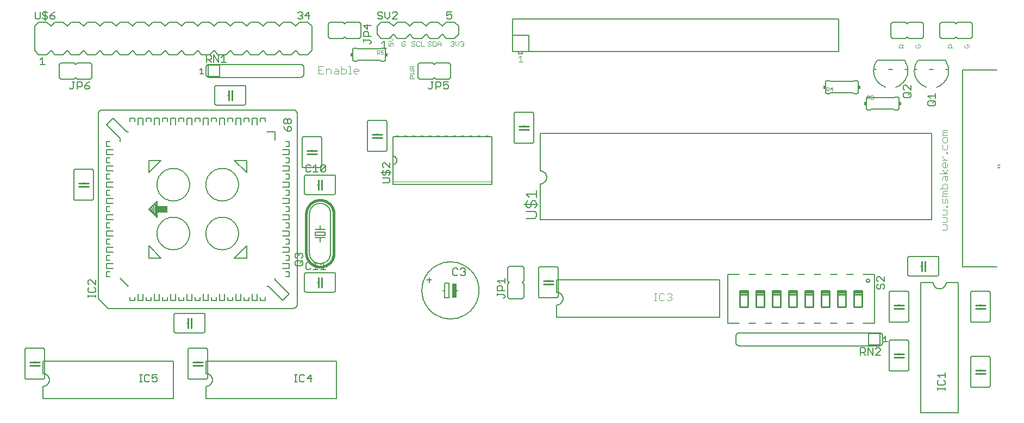
<source format=gto>
G75*
%MOIN*%
%OFA0B0*%
%FSLAX24Y24*%
%IPPOS*%
%LPD*%
%AMOC8*
5,1,8,0,0,1.08239X$1,22.5*
%
%ADD10C,0.0040*%
%ADD11C,0.0030*%
%ADD12C,0.0080*%
%ADD13C,0.0020*%
%ADD14C,0.0060*%
%ADD15C,0.0100*%
%ADD16C,0.0050*%
%ADD17R,0.0200X0.0050*%
%ADD18R,0.0150X0.0200*%
%ADD19R,0.0250X0.0900*%
%ADD20R,0.0750X0.0400*%
%ADD21R,0.0150X0.0700*%
%ADD22R,0.0100X0.0500*%
%ADD23R,0.0100X0.0300*%
%ADD24R,0.0100X0.0100*%
%ADD25R,0.0050X0.0100*%
%ADD26R,0.0050X0.0050*%
%ADD27C,0.0160*%
D10*
X039672Y011550D02*
X039826Y011550D01*
X039749Y011550D02*
X039749Y012010D01*
X039672Y012010D02*
X039826Y012010D01*
X039979Y011934D02*
X040056Y012010D01*
X040209Y012010D01*
X040286Y011934D01*
X040440Y011934D02*
X040516Y012010D01*
X040670Y012010D01*
X040747Y011934D01*
X040747Y011857D01*
X040670Y011780D01*
X040747Y011703D01*
X040747Y011627D01*
X040670Y011550D01*
X040516Y011550D01*
X040440Y011627D01*
X040286Y011627D02*
X040209Y011550D01*
X040056Y011550D01*
X039979Y011627D01*
X039979Y011934D01*
X040593Y011780D02*
X040670Y011780D01*
X057353Y015908D02*
X057583Y015908D01*
X057660Y015985D01*
X057583Y016061D01*
X057660Y016138D01*
X057583Y016215D01*
X057353Y016215D01*
X057353Y016368D02*
X057583Y016368D01*
X057660Y016445D01*
X057583Y016522D01*
X057660Y016599D01*
X057583Y016675D01*
X057353Y016675D01*
X057353Y016829D02*
X057583Y016829D01*
X057660Y016905D01*
X057583Y016982D01*
X057660Y017059D01*
X057583Y017136D01*
X057353Y017136D01*
X057583Y017289D02*
X057583Y017366D01*
X057660Y017366D01*
X057660Y017289D01*
X057583Y017289D01*
X057660Y017519D02*
X057660Y017750D01*
X057583Y017826D01*
X057507Y017750D01*
X057507Y017596D01*
X057430Y017519D01*
X057353Y017596D01*
X057353Y017826D01*
X057353Y017980D02*
X057353Y018056D01*
X057430Y018133D01*
X057353Y018210D01*
X057430Y018287D01*
X057660Y018287D01*
X057660Y018440D02*
X057660Y018670D01*
X057583Y018747D01*
X057430Y018747D01*
X057353Y018670D01*
X057353Y018440D01*
X057200Y018440D02*
X057660Y018440D01*
X057660Y018133D02*
X057430Y018133D01*
X057353Y017980D02*
X057660Y017980D01*
X057583Y018901D02*
X057507Y018977D01*
X057507Y019207D01*
X057430Y019207D02*
X057660Y019207D01*
X057660Y018977D01*
X057583Y018901D01*
X057353Y018977D02*
X057353Y019131D01*
X057430Y019207D01*
X057507Y019361D02*
X057353Y019591D01*
X057430Y019745D02*
X057353Y019821D01*
X057353Y019975D01*
X057430Y020051D01*
X057507Y020051D01*
X057507Y019745D01*
X057583Y019745D02*
X057430Y019745D01*
X057583Y019745D02*
X057660Y019821D01*
X057660Y019975D01*
X057660Y020205D02*
X057353Y020205D01*
X057353Y020358D02*
X057353Y020435D01*
X057353Y020358D02*
X057507Y020205D01*
X057583Y020589D02*
X057583Y020665D01*
X057660Y020665D01*
X057660Y020589D01*
X057583Y020589D01*
X057583Y020819D02*
X057430Y020819D01*
X057353Y020896D01*
X057353Y021126D01*
X057430Y021279D02*
X057583Y021279D01*
X057660Y021356D01*
X057660Y021509D01*
X057583Y021586D01*
X057430Y021586D01*
X057353Y021509D01*
X057353Y021356D01*
X057430Y021279D01*
X057660Y021126D02*
X057660Y020896D01*
X057583Y020819D01*
X057660Y021740D02*
X057353Y021740D01*
X057353Y021816D01*
X057430Y021893D01*
X057353Y021970D01*
X057430Y022047D01*
X057660Y022047D01*
X057660Y021893D02*
X057430Y021893D01*
X057660Y019591D02*
X057507Y019361D01*
X057660Y019361D02*
X057200Y019361D01*
X031610Y026244D02*
X031370Y026244D01*
X031490Y026244D02*
X031490Y026605D01*
X031370Y026484D01*
X021547Y025730D02*
X021547Y025653D01*
X021240Y025653D01*
X021240Y025577D02*
X021240Y025730D01*
X021316Y025807D01*
X021470Y025807D01*
X021547Y025730D01*
X021470Y025500D02*
X021316Y025500D01*
X021240Y025577D01*
X021086Y025500D02*
X020933Y025500D01*
X021009Y025500D02*
X021009Y025960D01*
X020933Y025960D01*
X020779Y025730D02*
X020702Y025807D01*
X020472Y025807D01*
X020472Y025960D02*
X020472Y025500D01*
X020702Y025500D01*
X020779Y025577D01*
X020779Y025730D01*
X020319Y025730D02*
X020319Y025500D01*
X020089Y025500D01*
X020012Y025577D01*
X020089Y025653D01*
X020319Y025653D01*
X020319Y025730D02*
X020242Y025807D01*
X020089Y025807D01*
X019858Y025730D02*
X019858Y025500D01*
X019858Y025730D02*
X019782Y025807D01*
X019551Y025807D01*
X019551Y025500D01*
X019398Y025500D02*
X019091Y025500D01*
X019091Y025960D01*
X019398Y025960D01*
X019245Y025730D02*
X019091Y025730D01*
D11*
X023375Y027195D02*
X023520Y027195D01*
X023472Y027292D01*
X023472Y027340D01*
X023520Y027388D01*
X023617Y027388D01*
X023665Y027340D01*
X023665Y027243D01*
X023617Y027195D01*
X023375Y027195D02*
X023375Y027388D01*
X023375Y027490D02*
X023568Y027490D01*
X023665Y027586D01*
X023568Y027683D01*
X023375Y027683D01*
X024195Y027437D02*
X024195Y027243D01*
X024243Y027195D01*
X024340Y027195D01*
X024388Y027243D01*
X024388Y027340D01*
X024292Y027340D01*
X024388Y027437D02*
X024340Y027485D01*
X024243Y027485D01*
X024195Y027437D01*
X024795Y027437D02*
X024843Y027485D01*
X024940Y027485D01*
X024988Y027437D01*
X025090Y027437D02*
X025090Y027243D01*
X025138Y027195D01*
X025235Y027195D01*
X025283Y027243D01*
X025384Y027195D02*
X025578Y027195D01*
X025384Y027195D02*
X025384Y027485D01*
X025283Y027437D02*
X025235Y027485D01*
X025138Y027485D01*
X025090Y027437D01*
X024988Y027292D02*
X024988Y027243D01*
X024940Y027195D01*
X024843Y027195D01*
X024795Y027243D01*
X024843Y027340D02*
X024940Y027340D01*
X024988Y027292D01*
X024843Y027340D02*
X024795Y027388D01*
X024795Y027437D01*
X025795Y027437D02*
X025795Y027388D01*
X025843Y027340D01*
X025940Y027340D01*
X025988Y027292D01*
X025988Y027243D01*
X025940Y027195D01*
X025843Y027195D01*
X025795Y027243D01*
X025795Y027437D02*
X025843Y027485D01*
X025940Y027485D01*
X025988Y027437D01*
X026090Y027485D02*
X026090Y027195D01*
X026235Y027195D01*
X026283Y027243D01*
X026283Y027437D01*
X026235Y027485D01*
X026090Y027485D01*
X026384Y027388D02*
X026481Y027485D01*
X026578Y027388D01*
X026578Y027195D01*
X026578Y027340D02*
X026384Y027340D01*
X026384Y027388D02*
X026384Y027195D01*
X027195Y027243D02*
X027243Y027195D01*
X027340Y027195D01*
X027388Y027243D01*
X027388Y027292D01*
X027340Y027340D01*
X027292Y027340D01*
X027340Y027340D02*
X027388Y027388D01*
X027388Y027437D01*
X027340Y027485D01*
X027243Y027485D01*
X027195Y027437D01*
X027490Y027485D02*
X027490Y027292D01*
X027586Y027195D01*
X027683Y027292D01*
X027683Y027485D01*
X027784Y027437D02*
X027833Y027485D01*
X027929Y027485D01*
X027978Y027437D01*
X027978Y027388D01*
X027929Y027340D01*
X027978Y027292D01*
X027978Y027243D01*
X027929Y027195D01*
X027833Y027195D01*
X027784Y027243D01*
X027881Y027340D02*
X027929Y027340D01*
X024965Y025978D02*
X024868Y025881D01*
X024868Y025929D02*
X024868Y025784D01*
X024965Y025784D02*
X024675Y025784D01*
X024675Y025929D01*
X024723Y025978D01*
X024820Y025978D01*
X024868Y025929D01*
X024965Y025683D02*
X024675Y025683D01*
X024675Y025490D02*
X024965Y025490D01*
X024868Y025586D01*
X024965Y025683D01*
X024820Y025388D02*
X024868Y025340D01*
X024868Y025195D01*
X024965Y025195D02*
X024675Y025195D01*
X024675Y025340D01*
X024723Y025388D01*
X024820Y025388D01*
X054695Y027100D02*
X054695Y027245D01*
X054743Y027294D01*
X054840Y027294D01*
X054888Y027245D01*
X054888Y027100D01*
X054985Y027100D02*
X054695Y027100D01*
X054888Y027197D02*
X054985Y027294D01*
X055695Y027245D02*
X055695Y027149D01*
X055743Y027100D01*
X055937Y027100D01*
X055985Y027149D01*
X055985Y027245D01*
X055937Y027294D01*
X055840Y027294D01*
X055840Y027197D01*
X055743Y027294D02*
X055695Y027245D01*
X057695Y027245D02*
X057695Y027100D01*
X057985Y027100D01*
X057888Y027100D02*
X057888Y027245D01*
X057840Y027294D01*
X057743Y027294D01*
X057695Y027245D01*
X058695Y027245D02*
X058695Y027149D01*
X058743Y027100D01*
X058937Y027100D01*
X058985Y027149D01*
X058985Y027245D01*
X058937Y027294D01*
X058840Y027294D01*
X058840Y027197D01*
X058743Y027294D02*
X058695Y027245D01*
D12*
X058578Y025743D02*
X058578Y013617D01*
X060680Y013617D01*
X060680Y025743D02*
X058578Y025743D01*
D13*
X053116Y024123D02*
X053116Y024087D01*
X053079Y024050D01*
X053116Y024013D01*
X053116Y023977D01*
X053079Y023940D01*
X053006Y023940D01*
X052969Y023977D01*
X052895Y023940D02*
X052821Y024013D01*
X052858Y024013D02*
X052748Y024013D01*
X052748Y023940D02*
X052748Y024160D01*
X052858Y024160D01*
X052895Y024123D01*
X052895Y024050D01*
X052858Y024013D01*
X052969Y024123D02*
X053006Y024160D01*
X053079Y024160D01*
X053116Y024123D01*
X053079Y024050D02*
X053042Y024050D01*
X050616Y024550D02*
X050469Y024550D01*
X050579Y024660D01*
X050579Y024440D01*
X050395Y024440D02*
X050321Y024513D01*
X050358Y024513D02*
X050248Y024513D01*
X050248Y024440D02*
X050248Y024660D01*
X050358Y024660D01*
X050395Y024623D01*
X050395Y024550D01*
X050358Y024513D01*
X060721Y019902D02*
X060861Y019902D01*
X060861Y019856D02*
X060861Y019949D01*
X060768Y019856D02*
X060721Y019902D01*
X060721Y019802D02*
X060861Y019708D01*
X060861Y019802D02*
X060721Y019708D01*
X029730Y018850D02*
X023630Y018850D01*
X023021Y026700D02*
X022948Y026700D01*
X022911Y026737D01*
X022911Y026810D02*
X022984Y026847D01*
X023021Y026847D01*
X023058Y026810D01*
X023058Y026737D01*
X023021Y026700D01*
X022911Y026810D02*
X022911Y026920D01*
X023058Y026920D01*
X022837Y026883D02*
X022837Y026810D01*
X022800Y026773D01*
X022690Y026773D01*
X022690Y026700D02*
X022690Y026920D01*
X022800Y026920D01*
X022837Y026883D01*
X022763Y026773D02*
X022837Y026700D01*
D14*
X002180Y006280D02*
X002180Y005530D01*
X010180Y005530D01*
X010180Y007830D01*
X002180Y007830D01*
X002180Y007080D01*
X002280Y006830D02*
X002278Y006813D01*
X002274Y006796D01*
X002267Y006780D01*
X002257Y006766D01*
X002244Y006753D01*
X002230Y006743D01*
X002214Y006736D01*
X002197Y006732D01*
X002180Y006730D01*
X001180Y006730D01*
X001163Y006732D01*
X001146Y006736D01*
X001130Y006743D01*
X001116Y006753D01*
X001103Y006766D01*
X001093Y006780D01*
X001086Y006796D01*
X001082Y006813D01*
X001080Y006830D01*
X001080Y008530D01*
X001082Y008547D01*
X001086Y008564D01*
X001093Y008580D01*
X001103Y008594D01*
X001116Y008607D01*
X001130Y008617D01*
X001146Y008624D01*
X001163Y008628D01*
X001180Y008630D01*
X002180Y008630D01*
X002197Y008628D01*
X002214Y008624D01*
X002230Y008617D01*
X002244Y008607D01*
X002257Y008594D01*
X002267Y008580D01*
X002274Y008564D01*
X002278Y008547D01*
X002280Y008530D01*
X002280Y006830D01*
X002180Y007080D02*
X002219Y007078D01*
X002258Y007072D01*
X002296Y007063D01*
X002333Y007050D01*
X002369Y007033D01*
X002402Y007013D01*
X002434Y006989D01*
X002463Y006963D01*
X002489Y006934D01*
X002513Y006902D01*
X002533Y006869D01*
X002550Y006833D01*
X002563Y006796D01*
X002572Y006758D01*
X002578Y006719D01*
X002580Y006680D01*
X002578Y006641D01*
X002572Y006602D01*
X002563Y006564D01*
X002550Y006527D01*
X002533Y006491D01*
X002513Y006458D01*
X002489Y006426D01*
X002463Y006397D01*
X002434Y006371D01*
X002402Y006347D01*
X002369Y006327D01*
X002333Y006310D01*
X002296Y006297D01*
X002258Y006288D01*
X002219Y006282D01*
X002180Y006280D01*
X001680Y007530D02*
X001680Y007580D01*
X001680Y007780D02*
X001680Y007830D01*
X005580Y011680D02*
X006180Y011080D01*
X017530Y011080D01*
X017560Y011082D01*
X017590Y011087D01*
X017619Y011096D01*
X017646Y011109D01*
X017672Y011124D01*
X017696Y011143D01*
X017717Y011164D01*
X017736Y011188D01*
X017751Y011214D01*
X017764Y011241D01*
X017773Y011270D01*
X017778Y011300D01*
X017780Y011330D01*
X017780Y023030D01*
X017778Y023060D01*
X017773Y023090D01*
X017764Y023119D01*
X017751Y023146D01*
X017736Y023172D01*
X017717Y023196D01*
X017696Y023217D01*
X017672Y023236D01*
X017646Y023251D01*
X017619Y023264D01*
X017590Y023273D01*
X017560Y023278D01*
X017530Y023280D01*
X005830Y023280D01*
X005800Y023278D01*
X005770Y023273D01*
X005741Y023264D01*
X005714Y023251D01*
X005688Y023236D01*
X005664Y023217D01*
X005643Y023196D01*
X005624Y023172D01*
X005609Y023146D01*
X005596Y023119D01*
X005587Y023090D01*
X005582Y023060D01*
X005580Y023030D01*
X005580Y011680D01*
X006930Y012930D02*
X007430Y012430D01*
X008030Y011980D02*
X008030Y011580D01*
X008330Y011580D01*
X008330Y011980D01*
X008530Y011780D02*
X008530Y011580D01*
X008830Y011580D01*
X008830Y011780D01*
X009030Y011580D02*
X009330Y011580D01*
X009330Y011980D01*
X009530Y011780D02*
X009530Y011580D01*
X009830Y011580D01*
X009830Y011780D01*
X010030Y011580D02*
X010330Y011580D01*
X010330Y011980D01*
X010530Y011780D02*
X010530Y011580D01*
X010830Y011580D01*
X010830Y011780D01*
X011030Y011580D02*
X011030Y011980D01*
X011330Y011980D02*
X011330Y011580D01*
X011030Y011580D01*
X011530Y011580D02*
X011530Y011780D01*
X011530Y011580D02*
X011830Y011580D01*
X011830Y011780D01*
X012030Y011580D02*
X012030Y011980D01*
X012330Y011980D02*
X012330Y011580D01*
X012030Y011580D01*
X012530Y011580D02*
X012530Y011780D01*
X012530Y011580D02*
X012830Y011580D01*
X012830Y011780D01*
X013030Y011580D02*
X013030Y011980D01*
X013330Y011980D02*
X013330Y011580D01*
X013030Y011580D01*
X013530Y011580D02*
X013530Y011780D01*
X013530Y011580D02*
X013830Y011580D01*
X013830Y011780D01*
X014030Y011580D02*
X014330Y011580D01*
X014330Y011980D01*
X014530Y011780D02*
X014530Y011580D01*
X014830Y011580D01*
X014830Y011780D01*
X015030Y011580D02*
X015330Y011580D01*
X015330Y011980D01*
X015530Y011780D02*
X015530Y011580D01*
X015830Y011580D01*
X015830Y011780D01*
X015030Y011980D02*
X015030Y011580D01*
X014030Y011580D02*
X014030Y011980D01*
X015930Y012430D02*
X016030Y012430D01*
X016880Y011580D01*
X017280Y011980D01*
X016430Y012830D01*
X016430Y012930D01*
X017080Y013030D02*
X017280Y013030D01*
X017280Y013330D01*
X017080Y013330D01*
X016880Y013530D02*
X017280Y013530D01*
X017280Y013830D01*
X016880Y013830D01*
X017080Y014030D02*
X017280Y014030D01*
X017280Y014330D01*
X017080Y014330D01*
X016880Y014530D02*
X017280Y014530D01*
X017280Y014830D01*
X016880Y014830D01*
X017080Y015030D02*
X017280Y015030D01*
X017280Y015330D01*
X017080Y015330D01*
X016880Y015530D02*
X017280Y015530D01*
X017280Y015830D01*
X016880Y015830D01*
X017080Y016030D02*
X017280Y016030D01*
X017280Y016330D01*
X017080Y016330D01*
X016880Y016530D02*
X017280Y016530D01*
X017280Y016830D01*
X016880Y016830D01*
X017080Y017030D02*
X017280Y017030D01*
X017280Y017330D01*
X017080Y017330D01*
X016880Y017530D02*
X017280Y017530D01*
X017280Y017830D01*
X016880Y017830D01*
X017080Y018030D02*
X017280Y018030D01*
X017280Y018330D01*
X017080Y018330D01*
X016880Y018530D02*
X017280Y018530D01*
X017280Y018830D01*
X016880Y018830D01*
X017080Y019030D02*
X017280Y019030D01*
X017280Y019330D01*
X017080Y019330D01*
X016880Y019530D02*
X017280Y019530D01*
X017280Y019830D01*
X016880Y019830D01*
X017080Y020030D02*
X017280Y020030D01*
X017280Y020330D01*
X017080Y020330D01*
X016880Y020530D02*
X017280Y020530D01*
X017280Y020830D01*
X016880Y020830D01*
X017080Y021030D02*
X017280Y021030D01*
X017280Y021330D01*
X017080Y021330D01*
X016430Y021430D02*
X016430Y021930D01*
X015930Y021930D01*
X015330Y022380D02*
X015330Y022780D01*
X015030Y022780D01*
X015030Y022380D01*
X014830Y022580D02*
X014830Y022780D01*
X014530Y022780D01*
X014530Y022580D01*
X014330Y022380D02*
X014330Y022780D01*
X014030Y022780D01*
X014030Y022380D01*
X013830Y022580D02*
X013830Y022780D01*
X013530Y022780D01*
X013530Y022580D01*
X013330Y022780D02*
X013030Y022780D01*
X013030Y022380D01*
X012830Y022580D02*
X012830Y022780D01*
X012530Y022780D01*
X012530Y022580D01*
X012330Y022780D02*
X012330Y022380D01*
X012030Y022380D02*
X012030Y022780D01*
X012330Y022780D01*
X011830Y022780D02*
X011830Y022580D01*
X011830Y022780D02*
X011530Y022780D01*
X011530Y022580D01*
X011330Y022780D02*
X011030Y022780D01*
X011030Y022380D01*
X010830Y022580D02*
X010830Y022780D01*
X010530Y022780D01*
X010530Y022580D01*
X010330Y022780D02*
X010330Y022380D01*
X010030Y022380D02*
X010030Y022780D01*
X010330Y022780D01*
X009830Y022780D02*
X009830Y022580D01*
X009830Y022780D02*
X009530Y022780D01*
X009530Y022580D01*
X009330Y022780D02*
X009030Y022780D01*
X009030Y022380D01*
X008830Y022580D02*
X008830Y022780D01*
X008530Y022780D01*
X008530Y022580D01*
X008330Y022380D02*
X008330Y022780D01*
X008030Y022780D01*
X008030Y022380D01*
X007830Y022580D02*
X007830Y022780D01*
X007530Y022780D01*
X007530Y022580D01*
X007430Y021930D02*
X007330Y021930D01*
X006480Y022780D01*
X006080Y022380D01*
X006930Y021530D01*
X006930Y021330D01*
X006280Y021330D02*
X006080Y021330D01*
X006080Y021030D01*
X006280Y021030D01*
X006080Y020830D02*
X006080Y020530D01*
X006480Y020530D01*
X006280Y020330D02*
X006080Y020330D01*
X006080Y020030D01*
X006280Y020030D01*
X006080Y019830D02*
X006080Y019530D01*
X006480Y019530D01*
X006280Y019330D02*
X006080Y019330D01*
X006080Y019030D01*
X006280Y019030D01*
X006080Y018830D02*
X006080Y018530D01*
X006480Y018530D01*
X006280Y018330D02*
X006080Y018330D01*
X006080Y018030D01*
X006280Y018030D01*
X006080Y017830D02*
X006080Y017530D01*
X006480Y017530D01*
X006280Y017330D02*
X006080Y017330D01*
X006080Y017030D01*
X006280Y017030D01*
X006080Y016830D02*
X006080Y016530D01*
X006480Y016530D01*
X006280Y016330D02*
X006080Y016330D01*
X006080Y016030D01*
X006280Y016030D01*
X006080Y015830D02*
X006080Y015530D01*
X006480Y015530D01*
X006280Y015330D02*
X006080Y015330D01*
X006080Y015030D01*
X006280Y015030D01*
X006080Y014830D02*
X006080Y014530D01*
X006480Y014530D01*
X006280Y014330D02*
X006080Y014330D01*
X006080Y014030D01*
X006280Y014030D01*
X006080Y013830D02*
X006080Y013530D01*
X006480Y013530D01*
X006280Y013330D02*
X006080Y013330D01*
X006080Y013030D01*
X006280Y013030D01*
X006480Y013830D02*
X006080Y013830D01*
X006080Y014830D02*
X006480Y014830D01*
X006480Y015830D02*
X006080Y015830D01*
X006080Y016830D02*
X006480Y016830D01*
X006480Y017830D02*
X006080Y017830D01*
X005280Y017830D02*
X005280Y019530D01*
X005278Y019547D01*
X005274Y019564D01*
X005267Y019580D01*
X005257Y019594D01*
X005244Y019607D01*
X005230Y019617D01*
X005214Y019624D01*
X005197Y019628D01*
X005180Y019630D01*
X004180Y019630D01*
X004163Y019628D01*
X004146Y019624D01*
X004130Y019617D01*
X004116Y019607D01*
X004103Y019594D01*
X004093Y019580D01*
X004086Y019564D01*
X004082Y019547D01*
X004080Y019530D01*
X004080Y017830D01*
X004082Y017813D01*
X004086Y017796D01*
X004093Y017780D01*
X004103Y017766D01*
X004116Y017753D01*
X004130Y017743D01*
X004146Y017736D01*
X004163Y017732D01*
X004180Y017730D01*
X005180Y017730D01*
X005197Y017732D01*
X005214Y017736D01*
X005230Y017743D01*
X005244Y017753D01*
X005257Y017766D01*
X005267Y017780D01*
X005274Y017796D01*
X005278Y017813D01*
X005280Y017830D01*
X004680Y018530D02*
X004680Y018580D01*
X004680Y018780D02*
X004680Y018830D01*
X006080Y018830D02*
X006480Y018830D01*
X006480Y019830D02*
X006080Y019830D01*
X006080Y020830D02*
X006480Y020830D01*
X008680Y020180D02*
X008680Y019430D01*
X009430Y020180D01*
X008680Y020180D01*
X009180Y018680D02*
X009182Y018743D01*
X009188Y018805D01*
X009198Y018867D01*
X009211Y018929D01*
X009229Y018989D01*
X009250Y019048D01*
X009275Y019106D01*
X009304Y019162D01*
X009336Y019216D01*
X009371Y019268D01*
X009409Y019317D01*
X009451Y019365D01*
X009495Y019409D01*
X009543Y019451D01*
X009592Y019489D01*
X009644Y019524D01*
X009698Y019556D01*
X009754Y019585D01*
X009812Y019610D01*
X009871Y019631D01*
X009931Y019649D01*
X009993Y019662D01*
X010055Y019672D01*
X010117Y019678D01*
X010180Y019680D01*
X010243Y019678D01*
X010305Y019672D01*
X010367Y019662D01*
X010429Y019649D01*
X010489Y019631D01*
X010548Y019610D01*
X010606Y019585D01*
X010662Y019556D01*
X010716Y019524D01*
X010768Y019489D01*
X010817Y019451D01*
X010865Y019409D01*
X010909Y019365D01*
X010951Y019317D01*
X010989Y019268D01*
X011024Y019216D01*
X011056Y019162D01*
X011085Y019106D01*
X011110Y019048D01*
X011131Y018989D01*
X011149Y018929D01*
X011162Y018867D01*
X011172Y018805D01*
X011178Y018743D01*
X011180Y018680D01*
X011178Y018617D01*
X011172Y018555D01*
X011162Y018493D01*
X011149Y018431D01*
X011131Y018371D01*
X011110Y018312D01*
X011085Y018254D01*
X011056Y018198D01*
X011024Y018144D01*
X010989Y018092D01*
X010951Y018043D01*
X010909Y017995D01*
X010865Y017951D01*
X010817Y017909D01*
X010768Y017871D01*
X010716Y017836D01*
X010662Y017804D01*
X010606Y017775D01*
X010548Y017750D01*
X010489Y017729D01*
X010429Y017711D01*
X010367Y017698D01*
X010305Y017688D01*
X010243Y017682D01*
X010180Y017680D01*
X010117Y017682D01*
X010055Y017688D01*
X009993Y017698D01*
X009931Y017711D01*
X009871Y017729D01*
X009812Y017750D01*
X009754Y017775D01*
X009698Y017804D01*
X009644Y017836D01*
X009592Y017871D01*
X009543Y017909D01*
X009495Y017951D01*
X009451Y017995D01*
X009409Y018043D01*
X009371Y018092D01*
X009336Y018144D01*
X009304Y018198D01*
X009275Y018254D01*
X009250Y018312D01*
X009229Y018371D01*
X009211Y018431D01*
X009198Y018493D01*
X009188Y018555D01*
X009182Y018617D01*
X009180Y018680D01*
X009180Y017680D02*
X008680Y017180D01*
X009180Y016680D01*
X009180Y017680D01*
X012180Y018680D02*
X012182Y018743D01*
X012188Y018805D01*
X012198Y018867D01*
X012211Y018929D01*
X012229Y018989D01*
X012250Y019048D01*
X012275Y019106D01*
X012304Y019162D01*
X012336Y019216D01*
X012371Y019268D01*
X012409Y019317D01*
X012451Y019365D01*
X012495Y019409D01*
X012543Y019451D01*
X012592Y019489D01*
X012644Y019524D01*
X012698Y019556D01*
X012754Y019585D01*
X012812Y019610D01*
X012871Y019631D01*
X012931Y019649D01*
X012993Y019662D01*
X013055Y019672D01*
X013117Y019678D01*
X013180Y019680D01*
X013243Y019678D01*
X013305Y019672D01*
X013367Y019662D01*
X013429Y019649D01*
X013489Y019631D01*
X013548Y019610D01*
X013606Y019585D01*
X013662Y019556D01*
X013716Y019524D01*
X013768Y019489D01*
X013817Y019451D01*
X013865Y019409D01*
X013909Y019365D01*
X013951Y019317D01*
X013989Y019268D01*
X014024Y019216D01*
X014056Y019162D01*
X014085Y019106D01*
X014110Y019048D01*
X014131Y018989D01*
X014149Y018929D01*
X014162Y018867D01*
X014172Y018805D01*
X014178Y018743D01*
X014180Y018680D01*
X014178Y018617D01*
X014172Y018555D01*
X014162Y018493D01*
X014149Y018431D01*
X014131Y018371D01*
X014110Y018312D01*
X014085Y018254D01*
X014056Y018198D01*
X014024Y018144D01*
X013989Y018092D01*
X013951Y018043D01*
X013909Y017995D01*
X013865Y017951D01*
X013817Y017909D01*
X013768Y017871D01*
X013716Y017836D01*
X013662Y017804D01*
X013606Y017775D01*
X013548Y017750D01*
X013489Y017729D01*
X013429Y017711D01*
X013367Y017698D01*
X013305Y017688D01*
X013243Y017682D01*
X013180Y017680D01*
X013117Y017682D01*
X013055Y017688D01*
X012993Y017698D01*
X012931Y017711D01*
X012871Y017729D01*
X012812Y017750D01*
X012754Y017775D01*
X012698Y017804D01*
X012644Y017836D01*
X012592Y017871D01*
X012543Y017909D01*
X012495Y017951D01*
X012451Y017995D01*
X012409Y018043D01*
X012371Y018092D01*
X012336Y018144D01*
X012304Y018198D01*
X012275Y018254D01*
X012250Y018312D01*
X012229Y018371D01*
X012211Y018431D01*
X012198Y018493D01*
X012188Y018555D01*
X012182Y018617D01*
X012180Y018680D01*
X013930Y020180D02*
X014680Y019430D01*
X014680Y020180D01*
X013930Y020180D01*
X018080Y019830D02*
X018080Y021530D01*
X018082Y021547D01*
X018086Y021564D01*
X018093Y021580D01*
X018103Y021594D01*
X018116Y021607D01*
X018130Y021617D01*
X018146Y021624D01*
X018163Y021628D01*
X018180Y021630D01*
X019180Y021630D01*
X019197Y021628D01*
X019214Y021624D01*
X019230Y021617D01*
X019244Y021607D01*
X019257Y021594D01*
X019267Y021580D01*
X019274Y021564D01*
X019278Y021547D01*
X019280Y021530D01*
X019280Y019830D01*
X019278Y019813D01*
X019274Y019796D01*
X019267Y019780D01*
X019257Y019766D01*
X019244Y019753D01*
X019230Y019743D01*
X019214Y019736D01*
X019197Y019732D01*
X019180Y019730D01*
X018180Y019730D01*
X018163Y019732D01*
X018146Y019736D01*
X018130Y019743D01*
X018116Y019753D01*
X018103Y019766D01*
X018093Y019780D01*
X018086Y019796D01*
X018082Y019813D01*
X018080Y019830D01*
X018330Y019280D02*
X020030Y019280D01*
X020047Y019278D01*
X020064Y019274D01*
X020080Y019267D01*
X020094Y019257D01*
X020107Y019244D01*
X020117Y019230D01*
X020124Y019214D01*
X020128Y019197D01*
X020130Y019180D01*
X020130Y018180D01*
X020128Y018163D01*
X020124Y018146D01*
X020117Y018130D01*
X020107Y018116D01*
X020094Y018103D01*
X020080Y018093D01*
X020064Y018086D01*
X020047Y018082D01*
X020030Y018080D01*
X018330Y018080D01*
X018313Y018082D01*
X018296Y018086D01*
X018280Y018093D01*
X018266Y018103D01*
X018253Y018116D01*
X018243Y018130D01*
X018236Y018146D01*
X018232Y018163D01*
X018230Y018180D01*
X018230Y019180D01*
X018232Y019197D01*
X018236Y019214D01*
X018243Y019230D01*
X018253Y019244D01*
X018266Y019257D01*
X018280Y019267D01*
X018296Y019274D01*
X018313Y019278D01*
X018330Y019280D01*
X019030Y018680D02*
X019080Y018680D01*
X019280Y018680D02*
X019330Y018680D01*
X019830Y016880D02*
X019828Y016930D01*
X019822Y016979D01*
X019813Y017028D01*
X019800Y017076D01*
X019783Y017123D01*
X019763Y017168D01*
X019739Y017212D01*
X019712Y017254D01*
X019681Y017294D01*
X019648Y017331D01*
X019612Y017365D01*
X019574Y017397D01*
X019533Y017426D01*
X019491Y017451D01*
X019446Y017473D01*
X019400Y017492D01*
X019352Y017507D01*
X019304Y017518D01*
X019255Y017526D01*
X019205Y017530D01*
X019155Y017530D01*
X019105Y017526D01*
X019056Y017518D01*
X019008Y017507D01*
X018960Y017492D01*
X018914Y017473D01*
X018869Y017451D01*
X018827Y017426D01*
X018786Y017397D01*
X018748Y017365D01*
X018712Y017331D01*
X018679Y017294D01*
X018648Y017254D01*
X018621Y017212D01*
X018597Y017168D01*
X018577Y017123D01*
X018560Y017076D01*
X018547Y017028D01*
X018538Y016979D01*
X018532Y016930D01*
X018530Y016880D01*
X018530Y014480D01*
X018532Y014430D01*
X018538Y014381D01*
X018547Y014332D01*
X018560Y014284D01*
X018577Y014237D01*
X018597Y014192D01*
X018621Y014148D01*
X018648Y014106D01*
X018679Y014066D01*
X018712Y014029D01*
X018748Y013995D01*
X018786Y013963D01*
X018827Y013934D01*
X018869Y013909D01*
X018914Y013887D01*
X018960Y013868D01*
X019008Y013853D01*
X019056Y013842D01*
X019105Y013834D01*
X019155Y013830D01*
X019205Y013830D01*
X019255Y013834D01*
X019304Y013842D01*
X019352Y013853D01*
X019400Y013868D01*
X019446Y013887D01*
X019491Y013909D01*
X019533Y013934D01*
X019574Y013963D01*
X019612Y013995D01*
X019648Y014029D01*
X019681Y014066D01*
X019712Y014106D01*
X019739Y014148D01*
X019763Y014192D01*
X019783Y014237D01*
X019800Y014284D01*
X019813Y014332D01*
X019822Y014381D01*
X019828Y014430D01*
X019830Y014480D01*
X019830Y016880D01*
X019180Y016180D02*
X019180Y015930D01*
X019480Y015930D01*
X019480Y015780D02*
X018880Y015780D01*
X018880Y015580D01*
X019480Y015580D01*
X019480Y015780D01*
X019180Y015930D02*
X018880Y015930D01*
X018880Y015430D02*
X019180Y015430D01*
X019180Y015180D01*
X019180Y015430D02*
X019480Y015430D01*
X020030Y013280D02*
X018330Y013280D01*
X018313Y013278D01*
X018296Y013274D01*
X018280Y013267D01*
X018266Y013257D01*
X018253Y013244D01*
X018243Y013230D01*
X018236Y013214D01*
X018232Y013197D01*
X018230Y013180D01*
X018230Y012180D01*
X018232Y012163D01*
X018236Y012146D01*
X018243Y012130D01*
X018253Y012116D01*
X018266Y012103D01*
X018280Y012093D01*
X018296Y012086D01*
X018313Y012082D01*
X018330Y012080D01*
X020030Y012080D01*
X020047Y012082D01*
X020064Y012086D01*
X020080Y012093D01*
X020094Y012103D01*
X020107Y012116D01*
X020117Y012130D01*
X020124Y012146D01*
X020128Y012163D01*
X020130Y012180D01*
X020130Y013180D01*
X020128Y013197D01*
X020124Y013214D01*
X020117Y013230D01*
X020107Y013244D01*
X020094Y013257D01*
X020080Y013267D01*
X020064Y013274D01*
X020047Y013278D01*
X020030Y013280D01*
X019330Y012680D02*
X019280Y012680D01*
X019080Y012680D02*
X019030Y012680D01*
X014680Y014180D02*
X013930Y014180D01*
X014680Y014930D01*
X014680Y014180D01*
X012180Y015680D02*
X012182Y015743D01*
X012188Y015805D01*
X012198Y015867D01*
X012211Y015929D01*
X012229Y015989D01*
X012250Y016048D01*
X012275Y016106D01*
X012304Y016162D01*
X012336Y016216D01*
X012371Y016268D01*
X012409Y016317D01*
X012451Y016365D01*
X012495Y016409D01*
X012543Y016451D01*
X012592Y016489D01*
X012644Y016524D01*
X012698Y016556D01*
X012754Y016585D01*
X012812Y016610D01*
X012871Y016631D01*
X012931Y016649D01*
X012993Y016662D01*
X013055Y016672D01*
X013117Y016678D01*
X013180Y016680D01*
X013243Y016678D01*
X013305Y016672D01*
X013367Y016662D01*
X013429Y016649D01*
X013489Y016631D01*
X013548Y016610D01*
X013606Y016585D01*
X013662Y016556D01*
X013716Y016524D01*
X013768Y016489D01*
X013817Y016451D01*
X013865Y016409D01*
X013909Y016365D01*
X013951Y016317D01*
X013989Y016268D01*
X014024Y016216D01*
X014056Y016162D01*
X014085Y016106D01*
X014110Y016048D01*
X014131Y015989D01*
X014149Y015929D01*
X014162Y015867D01*
X014172Y015805D01*
X014178Y015743D01*
X014180Y015680D01*
X014178Y015617D01*
X014172Y015555D01*
X014162Y015493D01*
X014149Y015431D01*
X014131Y015371D01*
X014110Y015312D01*
X014085Y015254D01*
X014056Y015198D01*
X014024Y015144D01*
X013989Y015092D01*
X013951Y015043D01*
X013909Y014995D01*
X013865Y014951D01*
X013817Y014909D01*
X013768Y014871D01*
X013716Y014836D01*
X013662Y014804D01*
X013606Y014775D01*
X013548Y014750D01*
X013489Y014729D01*
X013429Y014711D01*
X013367Y014698D01*
X013305Y014688D01*
X013243Y014682D01*
X013180Y014680D01*
X013117Y014682D01*
X013055Y014688D01*
X012993Y014698D01*
X012931Y014711D01*
X012871Y014729D01*
X012812Y014750D01*
X012754Y014775D01*
X012698Y014804D01*
X012644Y014836D01*
X012592Y014871D01*
X012543Y014909D01*
X012495Y014951D01*
X012451Y014995D01*
X012409Y015043D01*
X012371Y015092D01*
X012336Y015144D01*
X012304Y015198D01*
X012275Y015254D01*
X012250Y015312D01*
X012229Y015371D01*
X012211Y015431D01*
X012198Y015493D01*
X012188Y015555D01*
X012182Y015617D01*
X012180Y015680D01*
X009180Y015680D02*
X009182Y015743D01*
X009188Y015805D01*
X009198Y015867D01*
X009211Y015929D01*
X009229Y015989D01*
X009250Y016048D01*
X009275Y016106D01*
X009304Y016162D01*
X009336Y016216D01*
X009371Y016268D01*
X009409Y016317D01*
X009451Y016365D01*
X009495Y016409D01*
X009543Y016451D01*
X009592Y016489D01*
X009644Y016524D01*
X009698Y016556D01*
X009754Y016585D01*
X009812Y016610D01*
X009871Y016631D01*
X009931Y016649D01*
X009993Y016662D01*
X010055Y016672D01*
X010117Y016678D01*
X010180Y016680D01*
X010243Y016678D01*
X010305Y016672D01*
X010367Y016662D01*
X010429Y016649D01*
X010489Y016631D01*
X010548Y016610D01*
X010606Y016585D01*
X010662Y016556D01*
X010716Y016524D01*
X010768Y016489D01*
X010817Y016451D01*
X010865Y016409D01*
X010909Y016365D01*
X010951Y016317D01*
X010989Y016268D01*
X011024Y016216D01*
X011056Y016162D01*
X011085Y016106D01*
X011110Y016048D01*
X011131Y015989D01*
X011149Y015929D01*
X011162Y015867D01*
X011172Y015805D01*
X011178Y015743D01*
X011180Y015680D01*
X011178Y015617D01*
X011172Y015555D01*
X011162Y015493D01*
X011149Y015431D01*
X011131Y015371D01*
X011110Y015312D01*
X011085Y015254D01*
X011056Y015198D01*
X011024Y015144D01*
X010989Y015092D01*
X010951Y015043D01*
X010909Y014995D01*
X010865Y014951D01*
X010817Y014909D01*
X010768Y014871D01*
X010716Y014836D01*
X010662Y014804D01*
X010606Y014775D01*
X010548Y014750D01*
X010489Y014729D01*
X010429Y014711D01*
X010367Y014698D01*
X010305Y014688D01*
X010243Y014682D01*
X010180Y014680D01*
X010117Y014682D01*
X010055Y014688D01*
X009993Y014698D01*
X009931Y014711D01*
X009871Y014729D01*
X009812Y014750D01*
X009754Y014775D01*
X009698Y014804D01*
X009644Y014836D01*
X009592Y014871D01*
X009543Y014909D01*
X009495Y014951D01*
X009451Y014995D01*
X009409Y015043D01*
X009371Y015092D01*
X009336Y015144D01*
X009304Y015198D01*
X009275Y015254D01*
X009250Y015312D01*
X009229Y015371D01*
X009211Y015431D01*
X009198Y015493D01*
X009188Y015555D01*
X009182Y015617D01*
X009180Y015680D01*
X008680Y014930D02*
X009430Y014180D01*
X008680Y014180D01*
X008680Y014930D01*
X009030Y011980D02*
X009030Y011580D01*
X010030Y011580D02*
X010030Y011980D01*
X010330Y010780D02*
X012030Y010780D01*
X012047Y010778D01*
X012064Y010774D01*
X012080Y010767D01*
X012094Y010757D01*
X012107Y010744D01*
X012117Y010730D01*
X012124Y010714D01*
X012128Y010697D01*
X012130Y010680D01*
X012130Y009680D01*
X012128Y009663D01*
X012124Y009646D01*
X012117Y009630D01*
X012107Y009616D01*
X012094Y009603D01*
X012080Y009593D01*
X012064Y009586D01*
X012047Y009582D01*
X012030Y009580D01*
X010330Y009580D01*
X010313Y009582D01*
X010296Y009586D01*
X010280Y009593D01*
X010266Y009603D01*
X010253Y009616D01*
X010243Y009630D01*
X010236Y009646D01*
X010232Y009663D01*
X010230Y009680D01*
X010230Y010680D01*
X010232Y010697D01*
X010236Y010714D01*
X010243Y010730D01*
X010253Y010744D01*
X010266Y010757D01*
X010280Y010767D01*
X010296Y010774D01*
X010313Y010778D01*
X010330Y010780D01*
X011030Y010180D02*
X011080Y010180D01*
X011280Y010180D02*
X011330Y010180D01*
X011180Y008630D02*
X012180Y008630D01*
X012197Y008628D01*
X012214Y008624D01*
X012230Y008617D01*
X012244Y008607D01*
X012257Y008594D01*
X012267Y008580D01*
X012274Y008564D01*
X012278Y008547D01*
X012280Y008530D01*
X012280Y006830D01*
X012278Y006813D01*
X012274Y006796D01*
X012267Y006780D01*
X012257Y006766D01*
X012244Y006753D01*
X012230Y006743D01*
X012214Y006736D01*
X012197Y006732D01*
X012180Y006730D01*
X011180Y006730D01*
X011163Y006732D01*
X011146Y006736D01*
X011130Y006743D01*
X011116Y006753D01*
X011103Y006766D01*
X011093Y006780D01*
X011086Y006796D01*
X011082Y006813D01*
X011080Y006830D01*
X011080Y008530D01*
X011082Y008547D01*
X011086Y008564D01*
X011093Y008580D01*
X011103Y008594D01*
X011116Y008607D01*
X011130Y008617D01*
X011146Y008624D01*
X011163Y008628D01*
X011180Y008630D01*
X011680Y007830D02*
X011680Y007780D01*
X011680Y007580D02*
X011680Y007530D01*
X012180Y007830D02*
X012180Y007080D01*
X012219Y007078D01*
X012258Y007072D01*
X012296Y007063D01*
X012333Y007050D01*
X012369Y007033D01*
X012402Y007013D01*
X012434Y006989D01*
X012463Y006963D01*
X012489Y006934D01*
X012513Y006902D01*
X012533Y006869D01*
X012550Y006833D01*
X012563Y006796D01*
X012572Y006758D01*
X012578Y006719D01*
X012580Y006680D01*
X012578Y006641D01*
X012572Y006602D01*
X012563Y006564D01*
X012550Y006527D01*
X012533Y006491D01*
X012513Y006458D01*
X012489Y006426D01*
X012463Y006397D01*
X012434Y006371D01*
X012402Y006347D01*
X012369Y006327D01*
X012333Y006310D01*
X012296Y006297D01*
X012258Y006288D01*
X012219Y006282D01*
X012180Y006280D01*
X012180Y005530D01*
X020180Y005530D01*
X020180Y007830D01*
X012180Y007830D01*
X007830Y011580D02*
X007830Y011780D01*
X007830Y011580D02*
X007530Y011580D01*
X007530Y011780D01*
X023639Y018704D02*
X023639Y019928D01*
X023639Y020432D01*
X023639Y021647D01*
X029721Y021647D01*
X029721Y018704D01*
X023639Y018704D01*
X023639Y019928D02*
X023669Y019930D01*
X023699Y019935D01*
X023728Y019944D01*
X023756Y019957D01*
X023782Y019973D01*
X023806Y019991D01*
X023828Y020013D01*
X023846Y020037D01*
X023862Y020063D01*
X023875Y020091D01*
X023884Y020120D01*
X023889Y020150D01*
X023891Y020180D01*
X023889Y020210D01*
X023884Y020240D01*
X023875Y020269D01*
X023862Y020297D01*
X023846Y020323D01*
X023828Y020347D01*
X023806Y020369D01*
X023782Y020387D01*
X023756Y020403D01*
X023728Y020416D01*
X023699Y020425D01*
X023669Y020430D01*
X023639Y020432D01*
X023280Y020830D02*
X023280Y022530D01*
X023278Y022547D01*
X023274Y022564D01*
X023267Y022580D01*
X023257Y022594D01*
X023244Y022607D01*
X023230Y022617D01*
X023214Y022624D01*
X023197Y022628D01*
X023180Y022630D01*
X022180Y022630D01*
X022163Y022628D01*
X022146Y022624D01*
X022130Y022617D01*
X022116Y022607D01*
X022103Y022594D01*
X022093Y022580D01*
X022086Y022564D01*
X022082Y022547D01*
X022080Y022530D01*
X022080Y020830D01*
X022082Y020813D01*
X022086Y020796D01*
X022093Y020780D01*
X022103Y020766D01*
X022116Y020753D01*
X022130Y020743D01*
X022146Y020736D01*
X022163Y020732D01*
X022180Y020730D01*
X023180Y020730D01*
X023197Y020732D01*
X023214Y020736D01*
X023230Y020743D01*
X023244Y020753D01*
X023257Y020766D01*
X023267Y020780D01*
X023274Y020796D01*
X023278Y020813D01*
X023280Y020830D01*
X022680Y021530D02*
X022680Y021580D01*
X022680Y021780D02*
X022680Y021830D01*
X018680Y020830D02*
X018680Y020780D01*
X018680Y020580D02*
X018680Y020530D01*
X015830Y022580D02*
X015830Y022780D01*
X015530Y022780D01*
X015530Y022580D01*
X014530Y023580D02*
X012830Y023580D01*
X012813Y023582D01*
X012796Y023586D01*
X012780Y023593D01*
X012766Y023603D01*
X012753Y023616D01*
X012743Y023630D01*
X012736Y023646D01*
X012732Y023663D01*
X012730Y023680D01*
X012730Y024680D01*
X012732Y024697D01*
X012736Y024714D01*
X012743Y024730D01*
X012753Y024744D01*
X012766Y024757D01*
X012780Y024767D01*
X012796Y024774D01*
X012813Y024778D01*
X012830Y024780D01*
X014530Y024780D01*
X014547Y024778D01*
X014564Y024774D01*
X014580Y024767D01*
X014594Y024757D01*
X014607Y024744D01*
X014617Y024730D01*
X014624Y024714D01*
X014628Y024697D01*
X014630Y024680D01*
X014630Y023680D01*
X014628Y023663D01*
X014624Y023646D01*
X014617Y023630D01*
X014607Y023616D01*
X014594Y023603D01*
X014580Y023593D01*
X014564Y023586D01*
X014547Y023582D01*
X014530Y023580D01*
X013830Y024180D02*
X013780Y024180D01*
X013580Y024180D02*
X013530Y024180D01*
X013030Y025330D02*
X012330Y025330D01*
X012330Y026030D01*
X013030Y026030D01*
X013030Y025330D01*
X012380Y025280D02*
X017980Y025280D01*
X018006Y025282D01*
X018032Y025287D01*
X018057Y025295D01*
X018080Y025307D01*
X018102Y025321D01*
X018121Y025339D01*
X018139Y025358D01*
X018153Y025380D01*
X018165Y025403D01*
X018173Y025428D01*
X018178Y025454D01*
X018180Y025480D01*
X018180Y025880D01*
X018178Y025906D01*
X018173Y025932D01*
X018165Y025957D01*
X018153Y025980D01*
X018139Y026002D01*
X018121Y026021D01*
X018102Y026039D01*
X018080Y026053D01*
X018057Y026065D01*
X018032Y026073D01*
X018006Y026078D01*
X017980Y026080D01*
X012380Y026080D01*
X012354Y026078D01*
X012328Y026073D01*
X012303Y026065D01*
X012280Y026053D01*
X012258Y026039D01*
X012239Y026021D01*
X012221Y026002D01*
X012207Y025980D01*
X012195Y025957D01*
X012187Y025932D01*
X012182Y025906D01*
X012180Y025880D01*
X012180Y025480D01*
X012182Y025454D01*
X012187Y025428D01*
X012195Y025403D01*
X012207Y025380D01*
X012221Y025358D01*
X012239Y025339D01*
X012258Y025321D01*
X012280Y025307D01*
X012303Y025295D01*
X012328Y025287D01*
X012354Y025282D01*
X012380Y025280D01*
X012430Y026680D02*
X011930Y026680D01*
X011680Y026930D01*
X011430Y026680D01*
X010930Y026680D01*
X010680Y026930D01*
X010430Y026680D01*
X009930Y026680D01*
X009680Y026930D01*
X009430Y026680D01*
X008930Y026680D01*
X008680Y026930D01*
X008430Y026680D01*
X007930Y026680D01*
X007680Y026930D01*
X007430Y026680D01*
X006930Y026680D01*
X006680Y026930D01*
X006430Y026680D01*
X005930Y026680D01*
X005680Y026930D01*
X005430Y026680D01*
X004930Y026680D01*
X004680Y026930D01*
X004430Y026680D01*
X003930Y026680D01*
X003680Y026930D01*
X003430Y026680D01*
X002930Y026680D01*
X002680Y026930D01*
X002430Y026680D01*
X001930Y026680D01*
X001680Y026930D01*
X001680Y028430D01*
X001930Y028680D01*
X002430Y028680D01*
X002680Y028430D01*
X002930Y028680D01*
X003430Y028680D01*
X003680Y028430D01*
X003930Y028680D01*
X004430Y028680D01*
X004680Y028430D01*
X004930Y028680D01*
X005430Y028680D01*
X005680Y028430D01*
X005930Y028680D01*
X006430Y028680D01*
X006680Y028430D01*
X006930Y028680D01*
X007430Y028680D01*
X007680Y028430D01*
X007930Y028680D01*
X008430Y028680D01*
X008680Y028430D01*
X008930Y028680D01*
X009430Y028680D01*
X009680Y028430D01*
X009930Y028680D01*
X010430Y028680D01*
X010680Y028430D01*
X010930Y028680D01*
X011430Y028680D01*
X011680Y028430D01*
X011930Y028680D01*
X012430Y028680D01*
X012680Y028430D01*
X012930Y028680D01*
X013430Y028680D01*
X013680Y028430D01*
X013930Y028680D01*
X014430Y028680D01*
X014680Y028430D01*
X014930Y028680D01*
X015430Y028680D01*
X015680Y028430D01*
X015930Y028680D01*
X016430Y028680D01*
X016680Y028430D01*
X016930Y028680D01*
X017430Y028680D01*
X017680Y028430D01*
X017930Y028680D01*
X018430Y028680D01*
X018680Y028430D01*
X018680Y026930D01*
X018430Y026680D01*
X017930Y026680D01*
X017680Y026930D01*
X017430Y026680D01*
X016930Y026680D01*
X016680Y026930D01*
X016430Y026680D01*
X015930Y026680D01*
X015680Y026930D01*
X015430Y026680D01*
X014930Y026680D01*
X014680Y026930D01*
X014430Y026680D01*
X013930Y026680D01*
X013680Y026930D01*
X013430Y026680D01*
X012930Y026680D01*
X012680Y026930D01*
X012430Y026680D01*
X005180Y026080D02*
X005180Y025280D01*
X005080Y025180D01*
X004280Y025180D01*
X004180Y025280D01*
X004080Y025180D01*
X003280Y025180D01*
X003180Y025280D01*
X003180Y026080D01*
X003280Y026180D01*
X004080Y026180D01*
X004180Y026080D01*
X004280Y026180D01*
X005080Y026180D01*
X005180Y026080D01*
X009330Y022780D02*
X009330Y022380D01*
X011330Y022380D02*
X011330Y022780D01*
X013330Y022780D02*
X013330Y022380D01*
X021180Y026380D02*
X021180Y026980D01*
X021182Y026997D01*
X021186Y027014D01*
X021193Y027030D01*
X021203Y027044D01*
X021216Y027057D01*
X021230Y027067D01*
X021246Y027074D01*
X021263Y027078D01*
X021280Y027080D01*
X021430Y027080D01*
X021480Y027030D01*
X022880Y027030D01*
X022930Y027080D01*
X023080Y027080D01*
X023097Y027078D01*
X023114Y027074D01*
X023130Y027067D01*
X023144Y027057D01*
X023157Y027044D01*
X023167Y027030D01*
X023174Y027014D01*
X023178Y026997D01*
X023180Y026980D01*
X023180Y026380D01*
X023178Y026363D01*
X023174Y026346D01*
X023167Y026330D01*
X023157Y026316D01*
X023144Y026303D01*
X023130Y026293D01*
X023114Y026286D01*
X023097Y026282D01*
X023080Y026280D01*
X022930Y026280D01*
X022880Y026330D01*
X021480Y026330D01*
X021430Y026280D01*
X021280Y026280D01*
X021263Y026282D01*
X021246Y026286D01*
X021230Y026293D01*
X021216Y026303D01*
X021203Y026316D01*
X021193Y026330D01*
X021186Y026346D01*
X021182Y026363D01*
X021180Y026380D01*
X020780Y027680D02*
X021580Y027680D01*
X021680Y027780D01*
X021680Y028580D01*
X021580Y028680D01*
X020780Y028680D01*
X020680Y028580D01*
X020580Y028680D01*
X019780Y028680D01*
X019680Y028580D01*
X019680Y027780D01*
X019780Y027680D01*
X020580Y027680D01*
X020680Y027780D01*
X020780Y027680D01*
X022680Y027930D02*
X022680Y028430D01*
X022930Y028680D01*
X023430Y028680D01*
X023680Y028430D01*
X023930Y028680D01*
X024430Y028680D01*
X024680Y028430D01*
X024930Y028680D01*
X025430Y028680D01*
X025680Y028430D01*
X025930Y028680D01*
X026430Y028680D01*
X026680Y028430D01*
X026930Y028680D01*
X027430Y028680D01*
X027680Y028430D01*
X027680Y027930D01*
X027430Y027680D01*
X026930Y027680D01*
X026680Y027930D01*
X026430Y027680D01*
X025930Y027680D01*
X025680Y027930D01*
X025430Y027680D01*
X024930Y027680D01*
X024680Y027930D01*
X024430Y027680D01*
X023930Y027680D01*
X023680Y027930D01*
X023430Y027680D01*
X022930Y027680D01*
X022680Y027930D01*
X025180Y026080D02*
X025180Y025280D01*
X025280Y025180D01*
X026080Y025180D01*
X026180Y025280D01*
X026280Y025180D01*
X027080Y025180D01*
X027180Y025280D01*
X027180Y026080D01*
X027080Y026180D01*
X026280Y026180D01*
X026180Y026080D01*
X026080Y026180D01*
X025280Y026180D01*
X025180Y026080D01*
X031080Y023030D02*
X031080Y021330D01*
X031082Y021313D01*
X031086Y021296D01*
X031093Y021280D01*
X031103Y021266D01*
X031116Y021253D01*
X031130Y021243D01*
X031146Y021236D01*
X031163Y021232D01*
X031180Y021230D01*
X032180Y021230D01*
X032197Y021232D01*
X032214Y021236D01*
X032230Y021243D01*
X032244Y021253D01*
X032257Y021266D01*
X032267Y021280D01*
X032274Y021296D01*
X032278Y021313D01*
X032280Y021330D01*
X032280Y023030D01*
X032278Y023047D01*
X032274Y023064D01*
X032267Y023080D01*
X032257Y023094D01*
X032244Y023107D01*
X032230Y023117D01*
X032214Y023124D01*
X032197Y023128D01*
X032180Y023130D01*
X031180Y023130D01*
X031163Y023128D01*
X031146Y023124D01*
X031130Y023117D01*
X031116Y023107D01*
X031103Y023094D01*
X031093Y023080D01*
X031086Y023064D01*
X031082Y023047D01*
X031080Y023030D01*
X031680Y022330D02*
X031680Y022280D01*
X031680Y022080D02*
X031680Y022030D01*
X032680Y021830D02*
X032680Y019530D01*
X032719Y019528D01*
X032758Y019522D01*
X032796Y019513D01*
X032833Y019500D01*
X032869Y019483D01*
X032902Y019463D01*
X032934Y019439D01*
X032963Y019413D01*
X032989Y019384D01*
X033013Y019352D01*
X033033Y019319D01*
X033050Y019283D01*
X033063Y019246D01*
X033072Y019208D01*
X033078Y019169D01*
X033080Y019130D01*
X033078Y019091D01*
X033072Y019052D01*
X033063Y019014D01*
X033050Y018977D01*
X033033Y018941D01*
X033013Y018908D01*
X032989Y018876D01*
X032963Y018847D01*
X032934Y018821D01*
X032902Y018797D01*
X032869Y018777D01*
X032833Y018760D01*
X032796Y018747D01*
X032758Y018738D01*
X032719Y018732D01*
X032680Y018730D01*
X032680Y016530D01*
X056680Y016530D01*
X056680Y021830D01*
X032680Y021830D01*
X032450Y018326D02*
X032450Y017899D01*
X032450Y018113D02*
X031809Y018113D01*
X032023Y017899D01*
X031916Y017682D02*
X031809Y017575D01*
X031809Y017361D01*
X031916Y017255D01*
X032023Y017255D01*
X032130Y017361D01*
X032130Y017575D01*
X032236Y017682D01*
X032343Y017682D01*
X032450Y017575D01*
X032450Y017361D01*
X032343Y017255D01*
X032343Y017037D02*
X031809Y017037D01*
X031703Y017468D02*
X032557Y017468D01*
X032343Y017037D02*
X032450Y016930D01*
X032450Y016717D01*
X032343Y016610D01*
X031809Y016610D01*
X031580Y013680D02*
X030780Y013680D01*
X030680Y013580D01*
X030680Y012780D01*
X030780Y012680D01*
X030680Y012580D01*
X030680Y011780D01*
X030780Y011680D01*
X031580Y011680D01*
X031680Y011780D01*
X031680Y012580D01*
X031580Y012680D01*
X031680Y012780D01*
X031680Y013580D01*
X031580Y013680D01*
X032580Y013530D02*
X032580Y011830D01*
X032582Y011813D01*
X032586Y011796D01*
X032593Y011780D01*
X032603Y011766D01*
X032616Y011753D01*
X032630Y011743D01*
X032646Y011736D01*
X032663Y011732D01*
X032680Y011730D01*
X033680Y011730D01*
X033680Y012080D02*
X033719Y012078D01*
X033758Y012072D01*
X033796Y012063D01*
X033833Y012050D01*
X033869Y012033D01*
X033902Y012013D01*
X033934Y011989D01*
X033963Y011963D01*
X033989Y011934D01*
X034013Y011902D01*
X034033Y011869D01*
X034050Y011833D01*
X034063Y011796D01*
X034072Y011758D01*
X034078Y011719D01*
X034080Y011680D01*
X034078Y011641D01*
X034072Y011602D01*
X034063Y011564D01*
X034050Y011527D01*
X034033Y011491D01*
X034013Y011458D01*
X033989Y011426D01*
X033963Y011397D01*
X033934Y011371D01*
X033902Y011347D01*
X033869Y011327D01*
X033833Y011310D01*
X033796Y011297D01*
X033758Y011288D01*
X033719Y011282D01*
X033680Y011280D01*
X033680Y010530D01*
X043680Y010530D01*
X043680Y012830D01*
X033680Y012830D01*
X033680Y012080D01*
X033780Y011830D02*
X033778Y011813D01*
X033774Y011796D01*
X033767Y011780D01*
X033757Y011766D01*
X033744Y011753D01*
X033730Y011743D01*
X033714Y011736D01*
X033697Y011732D01*
X033680Y011730D01*
X033780Y011830D02*
X033780Y013530D01*
X033778Y013547D01*
X033774Y013564D01*
X033767Y013580D01*
X033757Y013594D01*
X033744Y013607D01*
X033730Y013617D01*
X033714Y013624D01*
X033697Y013628D01*
X033680Y013630D01*
X032680Y013630D01*
X032663Y013628D01*
X032646Y013624D01*
X032630Y013617D01*
X032616Y013607D01*
X032603Y013594D01*
X032593Y013580D01*
X032586Y013564D01*
X032582Y013547D01*
X032580Y013530D01*
X033180Y012830D02*
X033180Y012780D01*
X033180Y012580D02*
X033180Y012530D01*
X027630Y012180D02*
X027430Y012180D01*
X025430Y012180D02*
X025432Y012263D01*
X025438Y012346D01*
X025448Y012429D01*
X025462Y012511D01*
X025479Y012593D01*
X025501Y012673D01*
X025526Y012752D01*
X025555Y012830D01*
X025588Y012907D01*
X025625Y012982D01*
X025664Y013055D01*
X025708Y013126D01*
X025754Y013195D01*
X025804Y013262D01*
X025857Y013326D01*
X025913Y013388D01*
X025972Y013447D01*
X026034Y013503D01*
X026098Y013556D01*
X026165Y013606D01*
X026234Y013652D01*
X026305Y013696D01*
X026378Y013735D01*
X026453Y013772D01*
X026530Y013805D01*
X026608Y013834D01*
X026687Y013859D01*
X026767Y013881D01*
X026849Y013898D01*
X026931Y013912D01*
X027014Y013922D01*
X027097Y013928D01*
X027180Y013930D01*
X027263Y013928D01*
X027346Y013922D01*
X027429Y013912D01*
X027511Y013898D01*
X027593Y013881D01*
X027673Y013859D01*
X027752Y013834D01*
X027830Y013805D01*
X027907Y013772D01*
X027982Y013735D01*
X028055Y013696D01*
X028126Y013652D01*
X028195Y013606D01*
X028262Y013556D01*
X028326Y013503D01*
X028388Y013447D01*
X028447Y013388D01*
X028503Y013326D01*
X028556Y013262D01*
X028606Y013195D01*
X028652Y013126D01*
X028696Y013055D01*
X028735Y012982D01*
X028772Y012907D01*
X028805Y012830D01*
X028834Y012752D01*
X028859Y012673D01*
X028881Y012593D01*
X028898Y012511D01*
X028912Y012429D01*
X028922Y012346D01*
X028928Y012263D01*
X028930Y012180D01*
X028928Y012097D01*
X028922Y012014D01*
X028912Y011931D01*
X028898Y011849D01*
X028881Y011767D01*
X028859Y011687D01*
X028834Y011608D01*
X028805Y011530D01*
X028772Y011453D01*
X028735Y011378D01*
X028696Y011305D01*
X028652Y011234D01*
X028606Y011165D01*
X028556Y011098D01*
X028503Y011034D01*
X028447Y010972D01*
X028388Y010913D01*
X028326Y010857D01*
X028262Y010804D01*
X028195Y010754D01*
X028126Y010708D01*
X028055Y010664D01*
X027982Y010625D01*
X027907Y010588D01*
X027830Y010555D01*
X027752Y010526D01*
X027673Y010501D01*
X027593Y010479D01*
X027511Y010462D01*
X027429Y010448D01*
X027346Y010438D01*
X027263Y010432D01*
X027180Y010430D01*
X027097Y010432D01*
X027014Y010438D01*
X026931Y010448D01*
X026849Y010462D01*
X026767Y010479D01*
X026687Y010501D01*
X026608Y010526D01*
X026530Y010555D01*
X026453Y010588D01*
X026378Y010625D01*
X026305Y010664D01*
X026234Y010708D01*
X026165Y010754D01*
X026098Y010804D01*
X026034Y010857D01*
X025972Y010913D01*
X025913Y010972D01*
X025857Y011034D01*
X025804Y011098D01*
X025754Y011165D01*
X025708Y011234D01*
X025664Y011305D01*
X025625Y011378D01*
X025588Y011453D01*
X025555Y011530D01*
X025526Y011608D01*
X025501Y011687D01*
X025479Y011767D01*
X025462Y011849D01*
X025448Y011931D01*
X025438Y012014D01*
X025432Y012097D01*
X025430Y012180D01*
X025880Y012680D02*
X025880Y012980D01*
X025730Y012830D02*
X026030Y012830D01*
X026830Y012630D02*
X026830Y012180D01*
X026830Y011730D01*
X027080Y011730D01*
X027080Y012630D01*
X026830Y012630D01*
X026830Y012180D02*
X026730Y012180D01*
X044180Y013180D02*
X044180Y010180D01*
X044880Y010180D01*
X045480Y010180D02*
X045880Y010180D01*
X046480Y010180D02*
X046880Y010180D01*
X047480Y010180D02*
X047880Y010180D01*
X048480Y010180D02*
X048880Y010180D01*
X049480Y010180D02*
X049880Y010180D01*
X050480Y010180D02*
X050880Y010180D01*
X051480Y010180D02*
X051880Y010180D01*
X052480Y010180D02*
X053180Y010180D01*
X053180Y013180D01*
X052480Y013180D01*
X051880Y013180D02*
X051480Y013180D01*
X050880Y013180D02*
X050480Y013180D01*
X049880Y013180D02*
X049480Y013180D01*
X048880Y013180D02*
X048480Y013180D01*
X047880Y013180D02*
X047480Y013180D01*
X046880Y013180D02*
X046480Y013180D01*
X045880Y013180D02*
X045480Y013180D01*
X044880Y013180D02*
X044180Y013180D01*
X044880Y009580D02*
X053480Y009580D01*
X053530Y009530D02*
X052830Y009530D01*
X052830Y008830D01*
X053530Y008830D01*
X053530Y009530D01*
X053480Y009580D02*
X053506Y009578D01*
X053532Y009573D01*
X053557Y009565D01*
X053580Y009553D01*
X053602Y009539D01*
X053621Y009521D01*
X053639Y009502D01*
X053653Y009480D01*
X053665Y009457D01*
X053673Y009432D01*
X053678Y009406D01*
X053680Y009380D01*
X053680Y008980D01*
X053678Y008954D01*
X053673Y008928D01*
X053665Y008903D01*
X053653Y008880D01*
X053639Y008858D01*
X053621Y008839D01*
X053602Y008821D01*
X053580Y008807D01*
X053557Y008795D01*
X053532Y008787D01*
X053506Y008782D01*
X053480Y008780D01*
X044880Y008780D01*
X044854Y008782D01*
X044828Y008787D01*
X044803Y008795D01*
X044780Y008807D01*
X044758Y008821D01*
X044739Y008839D01*
X044721Y008858D01*
X044707Y008880D01*
X044695Y008903D01*
X044687Y008928D01*
X044682Y008954D01*
X044680Y008980D01*
X044680Y009380D01*
X044682Y009406D01*
X044687Y009432D01*
X044695Y009457D01*
X044707Y009480D01*
X044721Y009502D01*
X044739Y009521D01*
X044758Y009539D01*
X044780Y009553D01*
X044803Y009565D01*
X044828Y009573D01*
X044854Y009578D01*
X044880Y009580D01*
X052680Y012780D02*
X052682Y012800D01*
X052688Y012818D01*
X052697Y012836D01*
X052709Y012851D01*
X052724Y012863D01*
X052742Y012872D01*
X052760Y012878D01*
X052780Y012880D01*
X052800Y012878D01*
X052818Y012872D01*
X052836Y012863D01*
X052851Y012851D01*
X052863Y012836D01*
X052872Y012818D01*
X052878Y012800D01*
X052880Y012780D01*
X052878Y012760D01*
X052872Y012742D01*
X052863Y012724D01*
X052851Y012709D01*
X052836Y012697D01*
X052818Y012688D01*
X052800Y012682D01*
X052780Y012680D01*
X052760Y012682D01*
X052742Y012688D01*
X052724Y012697D01*
X052709Y012709D01*
X052697Y012724D01*
X052688Y012742D01*
X052682Y012760D01*
X052680Y012780D01*
X054080Y012030D02*
X054080Y010330D01*
X054082Y010313D01*
X054086Y010296D01*
X054093Y010280D01*
X054103Y010266D01*
X054116Y010253D01*
X054130Y010243D01*
X054146Y010236D01*
X054163Y010232D01*
X054180Y010230D01*
X055180Y010230D01*
X055197Y010232D01*
X055214Y010236D01*
X055230Y010243D01*
X055244Y010253D01*
X055257Y010266D01*
X055267Y010280D01*
X055274Y010296D01*
X055278Y010313D01*
X055280Y010330D01*
X055280Y012030D01*
X055278Y012047D01*
X055274Y012064D01*
X055267Y012080D01*
X055257Y012094D01*
X055244Y012107D01*
X055230Y012117D01*
X055214Y012124D01*
X055197Y012128D01*
X055180Y012130D01*
X054180Y012130D01*
X054163Y012128D01*
X054146Y012124D01*
X054130Y012117D01*
X054116Y012107D01*
X054103Y012094D01*
X054093Y012080D01*
X054086Y012064D01*
X054082Y012047D01*
X054080Y012030D01*
X054680Y011330D02*
X054680Y011280D01*
X054680Y011080D02*
X054680Y011030D01*
X055180Y009130D02*
X054180Y009130D01*
X054163Y009128D01*
X054146Y009124D01*
X054130Y009117D01*
X054116Y009107D01*
X054103Y009094D01*
X054093Y009080D01*
X054086Y009064D01*
X054082Y009047D01*
X054080Y009030D01*
X054080Y007330D01*
X054082Y007313D01*
X054086Y007296D01*
X054093Y007280D01*
X054103Y007266D01*
X054116Y007253D01*
X054130Y007243D01*
X054146Y007236D01*
X054163Y007232D01*
X054180Y007230D01*
X055180Y007230D01*
X055197Y007232D01*
X055214Y007236D01*
X055230Y007243D01*
X055244Y007253D01*
X055257Y007266D01*
X055267Y007280D01*
X055274Y007296D01*
X055278Y007313D01*
X055280Y007330D01*
X055280Y009030D01*
X055278Y009047D01*
X055274Y009064D01*
X055267Y009080D01*
X055257Y009094D01*
X055244Y009107D01*
X055230Y009117D01*
X055214Y009124D01*
X055197Y009128D01*
X055180Y009130D01*
X054680Y008330D02*
X054680Y008280D01*
X054680Y008080D02*
X054680Y008030D01*
X059080Y008030D02*
X059080Y006330D01*
X059082Y006313D01*
X059086Y006296D01*
X059093Y006280D01*
X059103Y006266D01*
X059116Y006253D01*
X059130Y006243D01*
X059146Y006236D01*
X059163Y006232D01*
X059180Y006230D01*
X060180Y006230D01*
X060197Y006232D01*
X060214Y006236D01*
X060230Y006243D01*
X060244Y006253D01*
X060257Y006266D01*
X060267Y006280D01*
X060274Y006296D01*
X060278Y006313D01*
X060280Y006330D01*
X060280Y008030D01*
X060278Y008047D01*
X060274Y008064D01*
X060267Y008080D01*
X060257Y008094D01*
X060244Y008107D01*
X060230Y008117D01*
X060214Y008124D01*
X060197Y008128D01*
X060180Y008130D01*
X059180Y008130D01*
X059163Y008128D01*
X059146Y008124D01*
X059130Y008117D01*
X059116Y008107D01*
X059103Y008094D01*
X059093Y008080D01*
X059086Y008064D01*
X059082Y008047D01*
X059080Y008030D01*
X059680Y007330D02*
X059680Y007280D01*
X059680Y007080D02*
X059680Y007030D01*
X058330Y004680D02*
X056030Y004680D01*
X056030Y012680D01*
X056780Y012680D01*
X056782Y012641D01*
X056788Y012602D01*
X056797Y012564D01*
X056810Y012527D01*
X056827Y012491D01*
X056847Y012458D01*
X056871Y012426D01*
X056897Y012397D01*
X056926Y012371D01*
X056958Y012347D01*
X056991Y012327D01*
X057027Y012310D01*
X057064Y012297D01*
X057102Y012288D01*
X057141Y012282D01*
X057180Y012280D01*
X057219Y012282D01*
X057258Y012288D01*
X057296Y012297D01*
X057333Y012310D01*
X057369Y012327D01*
X057402Y012347D01*
X057434Y012371D01*
X057463Y012397D01*
X057489Y012426D01*
X057513Y012458D01*
X057533Y012491D01*
X057550Y012527D01*
X057563Y012564D01*
X057572Y012602D01*
X057578Y012641D01*
X057580Y012680D01*
X058330Y012680D01*
X058330Y004680D01*
X059180Y010230D02*
X060180Y010230D01*
X060197Y010232D01*
X060214Y010236D01*
X060230Y010243D01*
X060244Y010253D01*
X060257Y010266D01*
X060267Y010280D01*
X060274Y010296D01*
X060278Y010313D01*
X060280Y010330D01*
X060280Y012030D01*
X060278Y012047D01*
X060274Y012064D01*
X060267Y012080D01*
X060257Y012094D01*
X060244Y012107D01*
X060230Y012117D01*
X060214Y012124D01*
X060197Y012128D01*
X060180Y012130D01*
X059180Y012130D01*
X059163Y012128D01*
X059146Y012124D01*
X059130Y012117D01*
X059116Y012107D01*
X059103Y012094D01*
X059093Y012080D01*
X059086Y012064D01*
X059082Y012047D01*
X059080Y012030D01*
X059080Y010330D01*
X059082Y010313D01*
X059086Y010296D01*
X059093Y010280D01*
X059103Y010266D01*
X059116Y010253D01*
X059130Y010243D01*
X059146Y010236D01*
X059163Y010232D01*
X059180Y010230D01*
X059680Y011030D02*
X059680Y011080D01*
X059680Y011280D02*
X059680Y011330D01*
X057030Y013080D02*
X055330Y013080D01*
X055313Y013082D01*
X055296Y013086D01*
X055280Y013093D01*
X055266Y013103D01*
X055253Y013116D01*
X055243Y013130D01*
X055236Y013146D01*
X055232Y013163D01*
X055230Y013180D01*
X055230Y014180D01*
X055232Y014197D01*
X055236Y014214D01*
X055243Y014230D01*
X055253Y014244D01*
X055266Y014257D01*
X055280Y014267D01*
X055296Y014274D01*
X055313Y014278D01*
X055330Y014280D01*
X057030Y014280D01*
X057047Y014278D01*
X057064Y014274D01*
X057080Y014267D01*
X057094Y014257D01*
X057107Y014244D01*
X057117Y014230D01*
X057124Y014214D01*
X057128Y014197D01*
X057130Y014180D01*
X057130Y013180D01*
X057128Y013163D01*
X057124Y013146D01*
X057117Y013130D01*
X057107Y013116D01*
X057094Y013103D01*
X057080Y013093D01*
X057064Y013086D01*
X057047Y013082D01*
X057030Y013080D01*
X056330Y013680D02*
X056280Y013680D01*
X056080Y013680D02*
X056030Y013680D01*
X054580Y023280D02*
X054430Y023280D01*
X054380Y023330D01*
X052980Y023330D01*
X052930Y023280D01*
X052780Y023280D01*
X052763Y023282D01*
X052746Y023286D01*
X052730Y023293D01*
X052716Y023303D01*
X052703Y023316D01*
X052693Y023330D01*
X052686Y023346D01*
X052682Y023363D01*
X052680Y023380D01*
X052680Y023980D01*
X052682Y023997D01*
X052686Y024014D01*
X052693Y024030D01*
X052703Y024044D01*
X052716Y024057D01*
X052730Y024067D01*
X052746Y024074D01*
X052763Y024078D01*
X052780Y024080D01*
X052930Y024080D01*
X052980Y024030D01*
X054380Y024030D01*
X054430Y024080D01*
X054580Y024080D01*
X054597Y024078D01*
X054614Y024074D01*
X054630Y024067D01*
X054644Y024057D01*
X054657Y024044D01*
X054667Y024030D01*
X054674Y024014D01*
X054678Y023997D01*
X054680Y023980D01*
X054680Y023380D01*
X054678Y023363D01*
X054674Y023346D01*
X054667Y023330D01*
X054657Y023316D01*
X054644Y023303D01*
X054630Y023293D01*
X054614Y023286D01*
X054597Y023282D01*
X054580Y023280D01*
X052180Y024380D02*
X052180Y024980D01*
X052178Y024997D01*
X052174Y025014D01*
X052167Y025030D01*
X052157Y025044D01*
X052144Y025057D01*
X052130Y025067D01*
X052114Y025074D01*
X052097Y025078D01*
X052080Y025080D01*
X051930Y025080D01*
X051880Y025030D01*
X050480Y025030D01*
X050430Y025080D01*
X050280Y025080D01*
X050263Y025078D01*
X050246Y025074D01*
X050230Y025067D01*
X050216Y025057D01*
X050203Y025044D01*
X050193Y025030D01*
X050186Y025014D01*
X050182Y024997D01*
X050180Y024980D01*
X050180Y024380D01*
X050182Y024363D01*
X050186Y024346D01*
X050193Y024330D01*
X050203Y024316D01*
X050216Y024303D01*
X050230Y024293D01*
X050246Y024286D01*
X050263Y024282D01*
X050280Y024280D01*
X050430Y024280D01*
X050480Y024330D01*
X051880Y024330D01*
X051930Y024280D01*
X052080Y024280D01*
X052097Y024282D01*
X052114Y024286D01*
X052130Y024293D01*
X052144Y024303D01*
X052157Y024316D01*
X052167Y024330D01*
X052174Y024346D01*
X052178Y024363D01*
X052180Y024380D01*
X054280Y027680D02*
X054180Y027780D01*
X054180Y028580D01*
X054280Y028680D01*
X055080Y028680D01*
X055180Y028580D01*
X055280Y028680D01*
X056080Y028680D01*
X056180Y028580D01*
X056180Y027780D01*
X056080Y027680D01*
X055280Y027680D01*
X055180Y027780D01*
X055080Y027680D01*
X054280Y027680D01*
X057180Y027780D02*
X057280Y027680D01*
X058080Y027680D01*
X058180Y027780D01*
X058280Y027680D01*
X059080Y027680D01*
X059180Y027780D01*
X059180Y028580D01*
X059080Y028680D01*
X058280Y028680D01*
X058180Y028580D01*
X058080Y028680D01*
X057280Y028680D01*
X057180Y028580D01*
X057180Y027780D01*
D15*
X031980Y022280D02*
X031680Y022280D01*
X031380Y022280D01*
X031380Y022080D02*
X031680Y022080D01*
X031980Y022080D01*
X022980Y021780D02*
X022680Y021780D01*
X022380Y021780D01*
X022380Y021580D02*
X022680Y021580D01*
X022980Y021580D01*
X018980Y020780D02*
X018680Y020780D01*
X018380Y020780D01*
X018380Y020580D02*
X018680Y020580D01*
X018980Y020580D01*
X019080Y018980D02*
X019080Y018680D01*
X019080Y018380D01*
X019280Y018380D02*
X019280Y018680D01*
X019280Y018980D01*
X013780Y023880D02*
X013780Y024180D01*
X013780Y024480D01*
X013580Y024480D02*
X013580Y024180D01*
X013580Y023880D01*
X004980Y018780D02*
X004680Y018780D01*
X004380Y018780D01*
X004380Y018580D02*
X004680Y018580D01*
X004980Y018580D01*
X019080Y012980D02*
X019080Y012680D01*
X019080Y012380D01*
X019280Y012380D02*
X019280Y012680D01*
X019280Y012980D01*
X011280Y010480D02*
X011280Y010180D01*
X011280Y009880D01*
X011080Y009880D02*
X011080Y010180D01*
X011080Y010480D01*
X011380Y007780D02*
X011680Y007780D01*
X011980Y007780D01*
X011980Y007580D02*
X011680Y007580D01*
X011380Y007580D01*
X001980Y007580D02*
X001680Y007580D01*
X001380Y007580D01*
X001380Y007780D02*
X001680Y007780D01*
X001980Y007780D01*
X032880Y012580D02*
X033180Y012580D01*
X033480Y012580D01*
X033480Y012780D02*
X033180Y012780D01*
X032880Y012780D01*
X044930Y012180D02*
X044930Y012050D01*
X044930Y011930D01*
X044930Y011180D01*
X045430Y011180D01*
X045430Y011930D01*
X045430Y012050D01*
X045430Y012180D01*
X044930Y012180D01*
X044930Y012050D02*
X045430Y012050D01*
X045430Y011930D02*
X044930Y011930D01*
X045930Y011930D02*
X045930Y012050D01*
X046430Y012050D01*
X046430Y011930D01*
X045930Y011930D01*
X045930Y011180D01*
X046430Y011180D01*
X046430Y011930D01*
X046430Y012050D02*
X046430Y012180D01*
X045930Y012180D01*
X045930Y012050D01*
X046930Y012050D02*
X046930Y011930D01*
X046930Y011180D01*
X047430Y011180D01*
X047430Y011930D01*
X047430Y012050D01*
X047430Y012180D01*
X046930Y012180D01*
X046930Y012050D01*
X047430Y012050D01*
X047430Y011930D02*
X046930Y011930D01*
X047930Y011930D02*
X047930Y012050D01*
X048430Y012050D01*
X048430Y011930D01*
X047930Y011930D01*
X047930Y011180D01*
X048430Y011180D01*
X048430Y011930D01*
X048430Y012050D02*
X048430Y012180D01*
X047930Y012180D01*
X047930Y012050D01*
X048930Y012050D02*
X048930Y011930D01*
X048930Y011180D01*
X049430Y011180D01*
X049430Y011930D01*
X049430Y012050D01*
X049430Y012180D01*
X048930Y012180D01*
X048930Y012050D01*
X049430Y012050D01*
X049430Y011930D02*
X048930Y011930D01*
X049930Y011930D02*
X049930Y012050D01*
X050430Y012050D01*
X050430Y011930D01*
X049930Y011930D01*
X049930Y011180D01*
X050430Y011180D01*
X050430Y011930D01*
X050430Y012050D02*
X050430Y012180D01*
X049930Y012180D01*
X049930Y012050D01*
X050930Y012050D02*
X050930Y011930D01*
X050930Y011180D01*
X051430Y011180D01*
X051430Y011930D01*
X051430Y012050D01*
X051430Y012180D01*
X050930Y012180D01*
X050930Y012050D01*
X051430Y012050D01*
X051430Y011930D02*
X050930Y011930D01*
X051930Y011930D02*
X051930Y012050D01*
X052430Y012050D01*
X052430Y011930D01*
X051930Y011930D01*
X051930Y011180D01*
X052430Y011180D01*
X052430Y011930D01*
X052430Y012050D02*
X052430Y012180D01*
X051930Y012180D01*
X051930Y012050D01*
X054380Y011280D02*
X054680Y011280D01*
X054980Y011280D01*
X054980Y011080D02*
X054680Y011080D01*
X054380Y011080D01*
X056080Y013380D02*
X056080Y013680D01*
X056080Y013980D01*
X056280Y013980D02*
X056280Y013680D01*
X056280Y013380D01*
X059380Y011280D02*
X059680Y011280D01*
X059980Y011280D01*
X059980Y011080D02*
X059680Y011080D01*
X059380Y011080D01*
X054980Y008280D02*
X054680Y008280D01*
X054380Y008280D01*
X054380Y008080D02*
X054680Y008080D01*
X054980Y008080D01*
X059380Y007280D02*
X059680Y007280D01*
X059980Y007280D01*
X059980Y007080D02*
X059680Y007080D01*
X059380Y007080D01*
D16*
X057505Y007123D02*
X057505Y006822D01*
X057505Y006972D02*
X057055Y006972D01*
X057205Y006822D01*
X057130Y006662D02*
X057055Y006587D01*
X057055Y006437D01*
X057130Y006362D01*
X057430Y006362D01*
X057505Y006437D01*
X057505Y006587D01*
X057430Y006662D01*
X057505Y006205D02*
X057505Y006055D01*
X057505Y006130D02*
X057055Y006130D01*
X057055Y006055D02*
X057055Y006205D01*
X053545Y008205D02*
X053245Y008205D01*
X053545Y008505D01*
X053545Y008580D01*
X053470Y008655D01*
X053320Y008655D01*
X053245Y008580D01*
X053084Y008655D02*
X053084Y008205D01*
X052784Y008655D01*
X052784Y008205D01*
X052624Y008205D02*
X052474Y008355D01*
X052549Y008355D02*
X052324Y008355D01*
X052324Y008205D02*
X052324Y008655D01*
X052549Y008655D01*
X052624Y008580D01*
X052624Y008430D01*
X052549Y008355D01*
X053746Y009015D02*
X053973Y009015D01*
X053859Y009015D02*
X053859Y009355D01*
X053746Y009242D01*
X053710Y012264D02*
X053785Y012339D01*
X053785Y012489D01*
X053710Y012564D01*
X053635Y012564D01*
X053560Y012489D01*
X053560Y012339D01*
X053485Y012264D01*
X053410Y012264D01*
X053335Y012339D01*
X053335Y012489D01*
X053410Y012564D01*
X053410Y012725D02*
X053335Y012800D01*
X053335Y012950D01*
X053410Y013025D01*
X053485Y013025D01*
X053785Y012725D01*
X053785Y013025D01*
X056530Y023534D02*
X056455Y023609D01*
X056455Y023759D01*
X056530Y023834D01*
X056830Y023834D01*
X056905Y023759D01*
X056905Y023609D01*
X056830Y023534D01*
X056530Y023534D01*
X056755Y023684D02*
X056905Y023834D01*
X056905Y023995D02*
X056905Y024295D01*
X056905Y024145D02*
X056455Y024145D01*
X056605Y023995D01*
X055405Y024109D02*
X055330Y024034D01*
X055030Y024034D01*
X054955Y024109D01*
X054955Y024259D01*
X055030Y024334D01*
X055330Y024334D01*
X055405Y024259D01*
X055405Y024109D01*
X055255Y024184D02*
X055405Y024334D01*
X055405Y024495D02*
X055105Y024795D01*
X055030Y024795D01*
X054955Y024720D01*
X054955Y024570D01*
X055030Y024495D01*
X055405Y024495D02*
X055405Y024795D01*
X055225Y025780D02*
X055067Y025780D01*
X055635Y025780D02*
X055793Y025780D01*
X056567Y025780D02*
X056793Y025780D01*
X057505Y026330D02*
X057540Y026282D01*
X057573Y026232D01*
X057604Y026180D01*
X057631Y026126D01*
X057655Y026071D01*
X057675Y026014D01*
X057693Y025957D01*
X057707Y025899D01*
X057718Y025840D01*
X057725Y025780D01*
X057567Y025780D01*
X057505Y026330D02*
X055855Y026330D01*
X055005Y026330D02*
X053355Y026330D01*
X053293Y025780D02*
X053135Y025780D01*
X054067Y025780D02*
X054293Y025780D01*
X055005Y026330D02*
X055040Y026282D01*
X055073Y026232D01*
X055104Y026180D01*
X055131Y026126D01*
X055155Y026071D01*
X055175Y026014D01*
X055193Y025957D01*
X055207Y025899D01*
X055218Y025840D01*
X055225Y025780D01*
X055229Y025718D01*
X055230Y025655D01*
X055226Y025593D01*
X055219Y025531D01*
X055209Y025470D01*
X055194Y025409D01*
X055176Y025349D01*
X055155Y025290D01*
X055130Y025233D01*
X055102Y025178D01*
X055071Y025124D01*
X055036Y025072D01*
X054998Y025022D01*
X054958Y024975D01*
X054914Y024930D01*
X054869Y024887D01*
X054820Y024848D01*
X054770Y024811D01*
X054717Y024778D01*
X054663Y024747D01*
X054606Y024720D01*
X054549Y024697D01*
X054490Y024677D01*
X053870Y024677D02*
X053810Y024697D01*
X053751Y024721D01*
X053694Y024749D01*
X053639Y024780D01*
X053585Y024815D01*
X053534Y024852D01*
X053485Y024893D01*
X053439Y024937D01*
X053395Y024983D01*
X053354Y025032D01*
X053316Y025083D01*
X053282Y025136D01*
X053250Y025192D01*
X053223Y025249D01*
X053198Y025308D01*
X053178Y025368D01*
X053160Y025429D01*
X053147Y025491D01*
X053138Y025554D01*
X053132Y025617D01*
X053130Y025681D01*
X053132Y025745D01*
X053138Y025808D01*
X053147Y025871D01*
X053161Y025933D01*
X053178Y025994D01*
X053199Y026054D01*
X053223Y026113D01*
X053251Y026170D01*
X053283Y026226D01*
X053318Y026279D01*
X053355Y026330D01*
X050975Y026849D02*
X050975Y028849D01*
X030975Y028849D01*
X030975Y027849D01*
X031975Y027849D01*
X031975Y026849D01*
X050975Y026849D01*
X055855Y026330D02*
X055818Y026279D01*
X055783Y026226D01*
X055751Y026170D01*
X055723Y026113D01*
X055699Y026054D01*
X055678Y025994D01*
X055661Y025933D01*
X055647Y025871D01*
X055638Y025808D01*
X055632Y025745D01*
X055630Y025681D01*
X055632Y025617D01*
X055638Y025554D01*
X055647Y025491D01*
X055660Y025429D01*
X055678Y025368D01*
X055698Y025308D01*
X055723Y025249D01*
X055750Y025192D01*
X055782Y025136D01*
X055816Y025083D01*
X055854Y025032D01*
X055895Y024983D01*
X055939Y024937D01*
X055985Y024893D01*
X056034Y024852D01*
X056085Y024815D01*
X056139Y024780D01*
X056194Y024749D01*
X056251Y024721D01*
X056310Y024697D01*
X056370Y024677D01*
X056990Y024677D02*
X057049Y024697D01*
X057106Y024720D01*
X057163Y024747D01*
X057217Y024778D01*
X057270Y024811D01*
X057320Y024848D01*
X057369Y024887D01*
X057414Y024930D01*
X057458Y024975D01*
X057498Y025022D01*
X057536Y025072D01*
X057571Y025124D01*
X057602Y025178D01*
X057630Y025233D01*
X057655Y025290D01*
X057676Y025349D01*
X057694Y025409D01*
X057709Y025470D01*
X057719Y025531D01*
X057726Y025593D01*
X057730Y025655D01*
X057729Y025718D01*
X057725Y025780D01*
X031975Y026849D02*
X031600Y026849D01*
X031600Y026724D01*
X031350Y026724D01*
X031350Y026849D01*
X031600Y026849D01*
X031350Y026849D02*
X030975Y026849D01*
X030975Y027849D01*
X027255Y028930D02*
X027180Y028855D01*
X027030Y028855D01*
X026955Y028930D01*
X026955Y029080D02*
X027105Y029155D01*
X027180Y029155D01*
X027255Y029080D01*
X027255Y028930D01*
X026955Y029080D02*
X026955Y029305D01*
X027255Y029305D01*
X023926Y029230D02*
X023851Y029305D01*
X023701Y029305D01*
X023626Y029230D01*
X023466Y029305D02*
X023466Y029005D01*
X023316Y028855D01*
X023165Y029005D01*
X023165Y029305D01*
X023005Y029230D02*
X022930Y029305D01*
X022780Y029305D01*
X022705Y029230D01*
X022705Y029155D01*
X022780Y029080D01*
X022930Y029080D01*
X023005Y029005D01*
X023005Y028930D01*
X022930Y028855D01*
X022780Y028855D01*
X022705Y028930D01*
X022305Y028470D02*
X021855Y028470D01*
X022080Y028245D01*
X022080Y028545D01*
X022080Y028084D02*
X022155Y028009D01*
X022155Y027784D01*
X022305Y027784D02*
X021855Y027784D01*
X021855Y028009D01*
X021930Y028084D01*
X022080Y028084D01*
X021855Y027624D02*
X021855Y027474D01*
X021855Y027549D02*
X022230Y027549D01*
X022305Y027474D01*
X022305Y027399D01*
X022230Y027324D01*
X022955Y027355D02*
X023105Y027505D01*
X023105Y027055D01*
X022955Y027055D02*
X023255Y027055D01*
X023626Y028855D02*
X023926Y029155D01*
X023926Y029230D01*
X023926Y028855D02*
X023626Y028855D01*
X018566Y029080D02*
X018265Y029080D01*
X018491Y029305D01*
X018491Y028855D01*
X018105Y028930D02*
X018030Y028855D01*
X017880Y028855D01*
X017805Y028930D01*
X017955Y029080D02*
X018030Y029080D01*
X018105Y029005D01*
X018105Y028930D01*
X018030Y029080D02*
X018105Y029155D01*
X018105Y029230D01*
X018030Y029305D01*
X017880Y029305D01*
X017805Y029230D01*
X013276Y026655D02*
X013276Y026205D01*
X013126Y026205D02*
X013426Y026205D01*
X013126Y026505D02*
X013276Y026655D01*
X012966Y026655D02*
X012966Y026205D01*
X012665Y026655D01*
X012665Y026205D01*
X012505Y026205D02*
X012355Y026355D01*
X012430Y026355D02*
X012205Y026355D01*
X012205Y026205D02*
X012205Y026655D01*
X012430Y026655D01*
X012505Y026580D01*
X012505Y026430D01*
X012430Y026355D01*
X011918Y025845D02*
X011805Y025732D01*
X011918Y025845D02*
X011918Y025505D01*
X011805Y025505D02*
X012032Y025505D01*
X016955Y022641D02*
X017030Y022716D01*
X017105Y022716D01*
X017180Y022641D01*
X017180Y022490D01*
X017105Y022415D01*
X017030Y022415D01*
X016955Y022490D01*
X016955Y022641D01*
X017180Y022641D02*
X017255Y022716D01*
X017330Y022716D01*
X017405Y022641D01*
X017405Y022490D01*
X017330Y022415D01*
X017255Y022415D01*
X017180Y022490D01*
X017255Y022255D02*
X017180Y022180D01*
X017180Y021955D01*
X017330Y021955D01*
X017405Y022030D01*
X017405Y022180D01*
X017330Y022255D01*
X017255Y022255D01*
X017030Y022105D02*
X017180Y021955D01*
X017030Y022105D02*
X016955Y022255D01*
X018380Y019905D02*
X018305Y019830D01*
X018305Y019530D01*
X018380Y019455D01*
X018530Y019455D01*
X018605Y019530D01*
X018765Y019455D02*
X019066Y019455D01*
X018916Y019455D02*
X018916Y019905D01*
X018765Y019755D01*
X018605Y019830D02*
X018530Y019905D01*
X018380Y019905D01*
X019226Y019830D02*
X019226Y019530D01*
X019526Y019830D01*
X019526Y019530D01*
X019451Y019455D01*
X019301Y019455D01*
X019226Y019530D01*
X019226Y019830D02*
X019301Y019905D01*
X019451Y019905D01*
X019526Y019830D01*
X022930Y019416D02*
X023530Y019416D01*
X023455Y019491D02*
X023380Y019566D01*
X023305Y019566D01*
X023230Y019491D01*
X023230Y019340D01*
X023155Y019265D01*
X023080Y019265D01*
X023005Y019340D01*
X023005Y019491D01*
X023080Y019566D01*
X023080Y019726D02*
X023005Y019801D01*
X023005Y019951D01*
X023080Y020026D01*
X023155Y020026D01*
X023455Y019726D01*
X023455Y020026D01*
X023455Y019491D02*
X023455Y019340D01*
X023380Y019265D01*
X023380Y019105D02*
X023005Y019105D01*
X023005Y018805D02*
X023380Y018805D01*
X023455Y018880D01*
X023455Y019030D01*
X023380Y019105D01*
X018105Y014391D02*
X018105Y014240D01*
X018030Y014165D01*
X018030Y014005D02*
X017730Y014005D01*
X017655Y013930D01*
X017655Y013780D01*
X017730Y013705D01*
X018030Y013705D01*
X018105Y013780D01*
X018105Y013930D01*
X018030Y014005D01*
X018105Y014005D02*
X017955Y013855D01*
X018305Y013830D02*
X018305Y013530D01*
X018380Y013455D01*
X018530Y013455D01*
X018605Y013530D01*
X018765Y013455D02*
X019066Y013455D01*
X018916Y013455D02*
X018916Y013905D01*
X018765Y013755D01*
X018605Y013830D02*
X018530Y013905D01*
X018380Y013905D01*
X018305Y013830D01*
X017880Y014316D02*
X017880Y014391D01*
X017955Y014466D01*
X018030Y014466D01*
X018105Y014391D01*
X017880Y014391D02*
X017805Y014466D01*
X017730Y014466D01*
X017655Y014391D01*
X017655Y014240D01*
X017730Y014165D01*
X019226Y013755D02*
X019376Y013905D01*
X019376Y013455D01*
X019226Y013455D02*
X019526Y013455D01*
X027335Y013480D02*
X027335Y013180D01*
X027410Y013105D01*
X027560Y013105D01*
X027635Y013180D01*
X027795Y013180D02*
X027870Y013105D01*
X028021Y013105D01*
X028096Y013180D01*
X028096Y013255D01*
X028021Y013330D01*
X027946Y013330D01*
X028021Y013330D02*
X028096Y013405D01*
X028096Y013480D01*
X028021Y013555D01*
X027870Y013555D01*
X027795Y013480D01*
X027635Y013480D02*
X027560Y013555D01*
X027410Y013555D01*
X027335Y013480D01*
X030055Y012776D02*
X030505Y012776D01*
X030505Y012626D02*
X030505Y012926D01*
X030205Y012626D02*
X030055Y012776D01*
X030130Y012466D02*
X030280Y012466D01*
X030355Y012391D01*
X030355Y012165D01*
X030505Y012165D02*
X030055Y012165D01*
X030055Y012391D01*
X030130Y012466D01*
X030055Y012005D02*
X030055Y011855D01*
X030055Y011930D02*
X030430Y011930D01*
X030505Y011855D01*
X030505Y011780D01*
X030430Y011705D01*
X018620Y007005D02*
X018620Y006555D01*
X018695Y006780D02*
X018395Y006780D01*
X018620Y007005D01*
X018234Y006930D02*
X018159Y007005D01*
X018009Y007005D01*
X017934Y006930D01*
X017934Y006630D01*
X018009Y006555D01*
X018159Y006555D01*
X018234Y006630D01*
X017777Y006555D02*
X017627Y006555D01*
X017702Y006555D02*
X017702Y007005D01*
X017627Y007005D02*
X017777Y007005D01*
X009195Y007005D02*
X008895Y007005D01*
X008895Y006780D01*
X009045Y006855D01*
X009120Y006855D01*
X009195Y006780D01*
X009195Y006630D01*
X009120Y006555D01*
X008970Y006555D01*
X008895Y006630D01*
X008734Y006630D02*
X008659Y006555D01*
X008509Y006555D01*
X008434Y006630D01*
X008434Y006930D01*
X008509Y007005D01*
X008659Y007005D01*
X008734Y006930D01*
X008277Y007005D02*
X008127Y007005D01*
X008202Y007005D02*
X008202Y006555D01*
X008127Y006555D02*
X008277Y006555D01*
X005405Y011755D02*
X005405Y011905D01*
X005405Y011830D02*
X004955Y011830D01*
X004955Y011755D02*
X004955Y011905D01*
X005030Y012062D02*
X005330Y012062D01*
X005405Y012137D01*
X005405Y012287D01*
X005330Y012362D01*
X005405Y012522D02*
X005105Y012823D01*
X005030Y012823D01*
X004955Y012748D01*
X004955Y012597D01*
X005030Y012522D01*
X005030Y012362D02*
X004955Y012287D01*
X004955Y012137D01*
X005030Y012062D01*
X005405Y012522D02*
X005405Y012823D01*
X004970Y024555D02*
X005045Y024630D01*
X005045Y024705D01*
X004970Y024780D01*
X004745Y024780D01*
X004745Y024630D01*
X004820Y024555D01*
X004970Y024555D01*
X004745Y024780D02*
X004895Y024930D01*
X005045Y025005D01*
X004584Y024930D02*
X004584Y024780D01*
X004509Y024705D01*
X004284Y024705D01*
X004284Y024555D02*
X004284Y025005D01*
X004509Y025005D01*
X004584Y024930D01*
X004124Y025005D02*
X003974Y025005D01*
X004049Y025005D02*
X004049Y024630D01*
X003974Y024555D01*
X003899Y024555D01*
X003824Y024630D01*
X002305Y026055D02*
X002005Y026055D01*
X002155Y026055D02*
X002155Y026505D01*
X002005Y026355D01*
X002316Y028780D02*
X002316Y029380D01*
X002391Y029305D02*
X002466Y029230D01*
X002391Y029305D02*
X002240Y029305D01*
X002165Y029230D01*
X002165Y029155D01*
X002240Y029080D01*
X002391Y029080D01*
X002466Y029005D01*
X002466Y028930D01*
X002391Y028855D01*
X002240Y028855D01*
X002165Y028930D01*
X002005Y028930D02*
X002005Y029305D01*
X001705Y029305D02*
X001705Y028930D01*
X001780Y028855D01*
X001930Y028855D01*
X002005Y028930D01*
X002626Y028930D02*
X002701Y028855D01*
X002851Y028855D01*
X002926Y028930D01*
X002926Y029005D01*
X002851Y029080D01*
X002626Y029080D01*
X002626Y028930D01*
X002626Y029080D02*
X002776Y029230D01*
X002926Y029305D01*
X025824Y024630D02*
X025899Y024555D01*
X025974Y024555D01*
X026049Y024630D01*
X026049Y025005D01*
X025974Y025005D02*
X026124Y025005D01*
X026284Y025005D02*
X026509Y025005D01*
X026584Y024930D01*
X026584Y024780D01*
X026509Y024705D01*
X026284Y024705D01*
X026284Y024555D02*
X026284Y025005D01*
X026745Y025005D02*
X026745Y024780D01*
X026895Y024855D01*
X026970Y024855D01*
X027045Y024780D01*
X027045Y024630D01*
X026970Y024555D01*
X026820Y024555D01*
X026745Y024630D01*
X026745Y025005D02*
X027045Y025005D01*
D17*
X026930Y021675D03*
X026430Y021675D03*
X025930Y021675D03*
X025430Y021675D03*
X024930Y021675D03*
X024430Y021675D03*
X023930Y021675D03*
X027430Y021675D03*
X027930Y021675D03*
X028430Y021675D03*
X028930Y021675D03*
X029430Y021675D03*
X029430Y018685D03*
X028930Y018685D03*
X028430Y018685D03*
X027930Y018685D03*
X027430Y018685D03*
X026930Y018685D03*
X026430Y018685D03*
X025930Y018685D03*
X025430Y018685D03*
X024930Y018685D03*
X024430Y018685D03*
X023930Y018685D03*
D18*
X023255Y026680D03*
X021105Y026680D03*
X050105Y024680D03*
X052255Y024680D03*
X052605Y023680D03*
X054755Y023680D03*
D19*
X027405Y012180D03*
D20*
X009455Y017180D03*
D21*
X009105Y017180D03*
D22*
X008980Y017180D03*
D23*
X008880Y017180D03*
D24*
X008780Y017180D03*
D25*
X009155Y016780D03*
X009155Y017580D03*
D26*
X009105Y017555D03*
X009005Y017455D03*
X008905Y017355D03*
X008805Y017255D03*
X008805Y017105D03*
X008905Y017005D03*
X009005Y016905D03*
X009105Y016805D03*
D27*
X018330Y016880D02*
X018330Y014480D01*
X018332Y014423D01*
X018338Y014367D01*
X018347Y014311D01*
X018360Y014255D01*
X018377Y014201D01*
X018397Y014148D01*
X018421Y014097D01*
X018449Y014047D01*
X018479Y013999D01*
X018513Y013953D01*
X018550Y013910D01*
X018589Y013869D01*
X018631Y013831D01*
X018676Y013796D01*
X018723Y013764D01*
X018772Y013735D01*
X018822Y013709D01*
X018875Y013687D01*
X018928Y013668D01*
X018983Y013653D01*
X019039Y013642D01*
X019095Y013634D01*
X019152Y013630D01*
X019208Y013630D01*
X019265Y013634D01*
X019321Y013642D01*
X019377Y013653D01*
X019432Y013668D01*
X019485Y013687D01*
X019538Y013709D01*
X019588Y013735D01*
X019637Y013764D01*
X019684Y013796D01*
X019729Y013831D01*
X019771Y013869D01*
X019810Y013910D01*
X019847Y013953D01*
X019881Y013999D01*
X019911Y014047D01*
X019939Y014097D01*
X019963Y014148D01*
X019983Y014201D01*
X020000Y014255D01*
X020013Y014311D01*
X020022Y014367D01*
X020028Y014423D01*
X020030Y014480D01*
X020030Y016880D01*
X020028Y016937D01*
X020022Y016993D01*
X020013Y017049D01*
X020000Y017105D01*
X019983Y017159D01*
X019963Y017212D01*
X019939Y017263D01*
X019911Y017313D01*
X019881Y017361D01*
X019847Y017407D01*
X019810Y017450D01*
X019771Y017491D01*
X019729Y017529D01*
X019684Y017564D01*
X019637Y017596D01*
X019588Y017625D01*
X019538Y017651D01*
X019485Y017673D01*
X019432Y017692D01*
X019377Y017707D01*
X019321Y017718D01*
X019265Y017726D01*
X019208Y017730D01*
X019152Y017730D01*
X019095Y017726D01*
X019039Y017718D01*
X018983Y017707D01*
X018928Y017692D01*
X018875Y017673D01*
X018822Y017651D01*
X018772Y017625D01*
X018723Y017596D01*
X018676Y017564D01*
X018631Y017529D01*
X018589Y017491D01*
X018550Y017450D01*
X018513Y017407D01*
X018479Y017361D01*
X018449Y017313D01*
X018421Y017263D01*
X018397Y017212D01*
X018377Y017159D01*
X018360Y017105D01*
X018347Y017049D01*
X018338Y016993D01*
X018332Y016937D01*
X018330Y016880D01*
M02*

</source>
